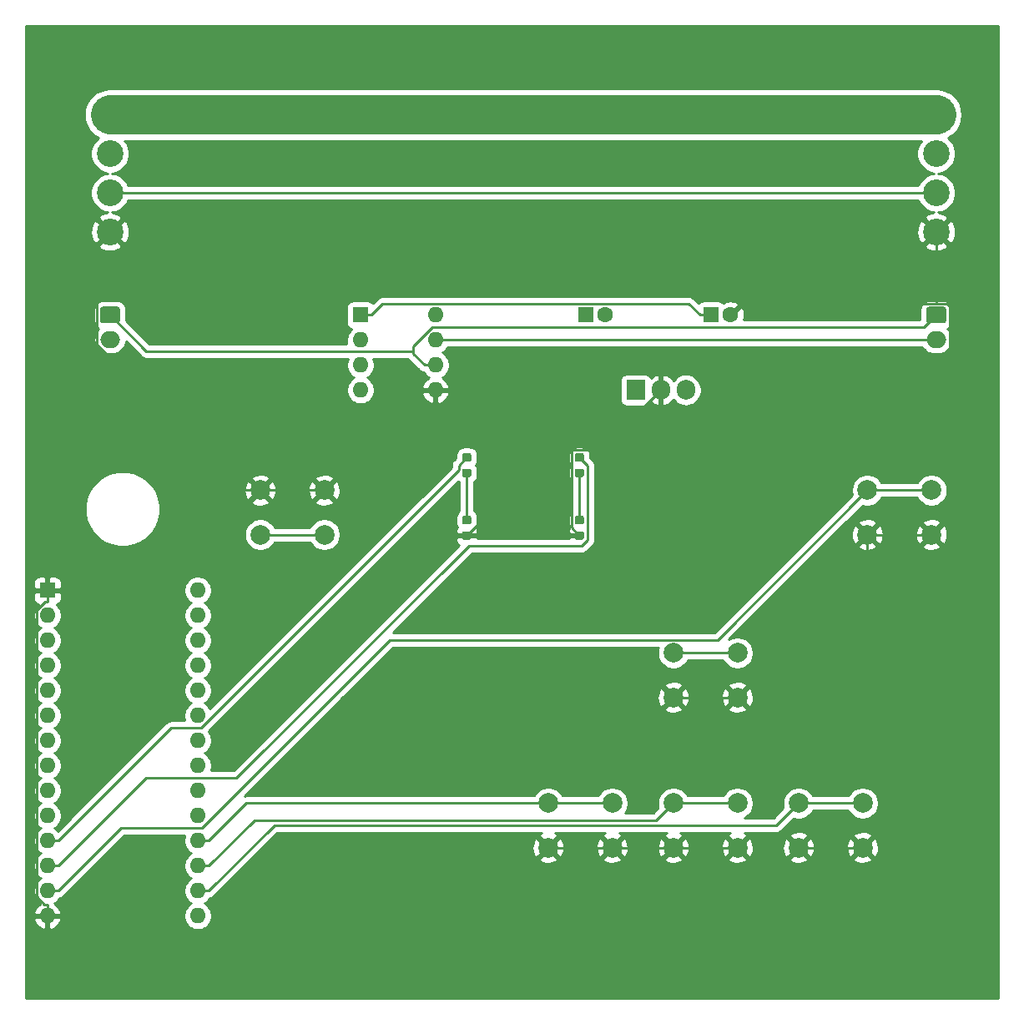
<source format=gtl>
G04 #@! TF.GenerationSoftware,KiCad,Pcbnew,(5.1.6)-1*
G04 #@! TF.CreationDate,2020-09-10T20:19:44+09:00*
G04 #@! TF.ProjectId,ControllerPCB,436f6e74-726f-46c6-9c65-725043422e6b,rev?*
G04 #@! TF.SameCoordinates,Original*
G04 #@! TF.FileFunction,Copper,L1,Top*
G04 #@! TF.FilePolarity,Positive*
%FSLAX46Y46*%
G04 Gerber Fmt 4.6, Leading zero omitted, Abs format (unit mm)*
G04 Created by KiCad (PCBNEW (5.1.6)-1) date 2020-09-10 20:19:44*
%MOMM*%
%LPD*%
G01*
G04 APERTURE LIST*
G04 #@! TA.AperFunction,ComponentPad*
%ADD10O,1.905000X2.000000*%
G04 #@! TD*
G04 #@! TA.AperFunction,ComponentPad*
%ADD11R,1.905000X2.000000*%
G04 #@! TD*
G04 #@! TA.AperFunction,ComponentPad*
%ADD12C,2.000000*%
G04 #@! TD*
G04 #@! TA.AperFunction,ComponentPad*
%ADD13O,1.600000X1.600000*%
G04 #@! TD*
G04 #@! TA.AperFunction,ComponentPad*
%ADD14R,1.600000X1.600000*%
G04 #@! TD*
G04 #@! TA.AperFunction,ComponentPad*
%ADD15O,2.000000X1.700000*%
G04 #@! TD*
G04 #@! TA.AperFunction,ComponentPad*
%ADD16C,2.700000*%
G04 #@! TD*
G04 #@! TA.AperFunction,ComponentPad*
%ADD17C,1.600000*%
G04 #@! TD*
G04 #@! TA.AperFunction,ViaPad*
%ADD18C,0.800000*%
G04 #@! TD*
G04 #@! TA.AperFunction,Conductor*
%ADD19C,0.250000*%
G04 #@! TD*
G04 #@! TA.AperFunction,Conductor*
%ADD20C,4.000000*%
G04 #@! TD*
G04 #@! TA.AperFunction,Conductor*
%ADD21C,0.254000*%
G04 #@! TD*
G04 APERTURE END LIST*
D10*
G04 #@! TO.P,U1,3*
G04 #@! TO.N,+3V3*
X167640000Y-87630000D03*
G04 #@! TO.P,U1,2*
G04 #@! TO.N,GND*
X165100000Y-87630000D03*
D11*
G04 #@! TO.P,U1,1*
G04 #@! TO.N,+5V*
X162560000Y-87630000D03*
G04 #@! TD*
D12*
G04 #@! TO.P,SW6,1*
G04 #@! TO.N,/ShutDown*
X192555000Y-97790000D03*
G04 #@! TO.P,SW6,2*
G04 #@! TO.N,GND*
X192555000Y-102290000D03*
G04 #@! TO.P,SW6,1*
G04 #@! TO.N,/ShutDown*
X186055000Y-97790000D03*
G04 #@! TO.P,SW6,2*
G04 #@! TO.N,GND*
X186055000Y-102290000D03*
G04 #@! TD*
G04 #@! TO.P,SW5,1*
G04 #@! TO.N,/stop_one*
X185570000Y-129540000D03*
G04 #@! TO.P,SW5,2*
G04 #@! TO.N,GND*
X185570000Y-134040000D03*
G04 #@! TO.P,SW5,1*
G04 #@! TO.N,/stop_one*
X179070000Y-129540000D03*
G04 #@! TO.P,SW5,2*
G04 #@! TO.N,GND*
X179070000Y-134040000D03*
G04 #@! TD*
G04 #@! TO.P,SW4,1*
G04 #@! TO.N,/stop_ten*
X172870000Y-129540000D03*
G04 #@! TO.P,SW4,2*
G04 #@! TO.N,GND*
X172870000Y-134040000D03*
G04 #@! TO.P,SW4,1*
G04 #@! TO.N,/stop_ten*
X166370000Y-129540000D03*
G04 #@! TO.P,SW4,2*
G04 #@! TO.N,GND*
X166370000Y-134040000D03*
G04 #@! TD*
G04 #@! TO.P,SW3,1*
G04 #@! TO.N,/roll_start*
X172870000Y-114300000D03*
G04 #@! TO.P,SW3,2*
G04 #@! TO.N,GND*
X172870000Y-118800000D03*
G04 #@! TO.P,SW3,1*
G04 #@! TO.N,/roll_start*
X166370000Y-114300000D03*
G04 #@! TO.P,SW3,2*
G04 #@! TO.N,GND*
X166370000Y-118800000D03*
G04 #@! TD*
G04 #@! TO.P,SW2,1*
G04 #@! TO.N,/stop_hun*
X160170000Y-129540000D03*
G04 #@! TO.P,SW2,2*
G04 #@! TO.N,GND*
X160170000Y-134040000D03*
G04 #@! TO.P,SW2,1*
G04 #@! TO.N,/stop_hun*
X153670000Y-129540000D03*
G04 #@! TO.P,SW2,2*
G04 #@! TO.N,GND*
X153670000Y-134040000D03*
G04 #@! TD*
G04 #@! TO.P,SW1,1*
G04 #@! TO.N,GND*
X130960000Y-97790000D03*
G04 #@! TO.P,SW1,2*
G04 #@! TO.N,/RESET*
X130960000Y-102290000D03*
G04 #@! TO.P,SW1,1*
G04 #@! TO.N,GND*
X124460000Y-97790000D03*
G04 #@! TO.P,SW1,2*
G04 #@! TO.N,/RESET*
X124460000Y-102290000D03*
G04 #@! TD*
G04 #@! TO.P,R6,2*
G04 #@! TO.N,Net-(D2-Pad2)*
G04 #@! TA.AperFunction,SMDPad,CuDef*
G36*
G01*
X145158750Y-95600000D02*
X145671250Y-95600000D01*
G75*
G02*
X145890000Y-95818750I0J-218750D01*
G01*
X145890000Y-96256250D01*
G75*
G02*
X145671250Y-96475000I-218750J0D01*
G01*
X145158750Y-96475000D01*
G75*
G02*
X144940000Y-96256250I0J218750D01*
G01*
X144940000Y-95818750D01*
G75*
G02*
X145158750Y-95600000I218750J0D01*
G01*
G37*
G04 #@! TD.AperFunction*
G04 #@! TO.P,R6,1*
G04 #@! TO.N,/LED_ShutDown*
G04 #@! TA.AperFunction,SMDPad,CuDef*
G36*
G01*
X145158750Y-94025000D02*
X145671250Y-94025000D01*
G75*
G02*
X145890000Y-94243750I0J-218750D01*
G01*
X145890000Y-94681250D01*
G75*
G02*
X145671250Y-94900000I-218750J0D01*
G01*
X145158750Y-94900000D01*
G75*
G02*
X144940000Y-94681250I0J218750D01*
G01*
X144940000Y-94243750D01*
G75*
G02*
X145158750Y-94025000I218750J0D01*
G01*
G37*
G04 #@! TD.AperFunction*
G04 #@! TD*
G04 #@! TO.P,R5,2*
G04 #@! TO.N,Net-(D1-Pad2)*
G04 #@! TA.AperFunction,SMDPad,CuDef*
G36*
G01*
X156588750Y-95600000D02*
X157101250Y-95600000D01*
G75*
G02*
X157320000Y-95818750I0J-218750D01*
G01*
X157320000Y-96256250D01*
G75*
G02*
X157101250Y-96475000I-218750J0D01*
G01*
X156588750Y-96475000D01*
G75*
G02*
X156370000Y-96256250I0J218750D01*
G01*
X156370000Y-95818750D01*
G75*
G02*
X156588750Y-95600000I218750J0D01*
G01*
G37*
G04 #@! TD.AperFunction*
G04 #@! TO.P,R5,1*
G04 #@! TO.N,/LED_roll*
G04 #@! TA.AperFunction,SMDPad,CuDef*
G36*
G01*
X156588750Y-94025000D02*
X157101250Y-94025000D01*
G75*
G02*
X157320000Y-94243750I0J-218750D01*
G01*
X157320000Y-94681250D01*
G75*
G02*
X157101250Y-94900000I-218750J0D01*
G01*
X156588750Y-94900000D01*
G75*
G02*
X156370000Y-94681250I0J218750D01*
G01*
X156370000Y-94243750D01*
G75*
G02*
X156588750Y-94025000I218750J0D01*
G01*
G37*
G04 #@! TD.AperFunction*
G04 #@! TD*
D13*
G04 #@! TO.P,J6,8*
G04 #@! TO.N,+5V*
X142240000Y-80010000D03*
G04 #@! TO.P,J6,4*
G04 #@! TO.N,Net-(J6-Pad4)*
X134620000Y-87630000D03*
G04 #@! TO.P,J6,7*
G04 #@! TO.N,/SCL_5V*
X142240000Y-82550000D03*
G04 #@! TO.P,J6,3*
G04 #@! TO.N,/SDA*
X134620000Y-85090000D03*
G04 #@! TO.P,J6,6*
G04 #@! TO.N,/SDA_5V*
X142240000Y-85090000D03*
G04 #@! TO.P,J6,2*
G04 #@! TO.N,/SCL*
X134620000Y-82550000D03*
G04 #@! TO.P,J6,5*
G04 #@! TO.N,GND*
X142240000Y-87630000D03*
D14*
G04 #@! TO.P,J6,1*
G04 #@! TO.N,+3V3*
X134620000Y-80010000D03*
G04 #@! TD*
D15*
G04 #@! TO.P,J5,2*
G04 #@! TO.N,/SCL_5V*
X109220000Y-82510000D03*
G04 #@! TO.P,J5,1*
G04 #@! TO.N,/SDA_5V*
G04 #@! TA.AperFunction,ComponentPad*
G36*
G01*
X108470000Y-79160000D02*
X109970000Y-79160000D01*
G75*
G02*
X110220000Y-79410000I0J-250000D01*
G01*
X110220000Y-80610000D01*
G75*
G02*
X109970000Y-80860000I-250000J0D01*
G01*
X108470000Y-80860000D01*
G75*
G02*
X108220000Y-80610000I0J250000D01*
G01*
X108220000Y-79410000D01*
G75*
G02*
X108470000Y-79160000I250000J0D01*
G01*
G37*
G04 #@! TD.AperFunction*
G04 #@! TD*
D16*
G04 #@! TO.P,J4,4*
G04 #@! TO.N,GND*
X193040000Y-71570000D03*
G04 #@! TO.P,J4,3*
G04 #@! TO.N,+12V*
X193040000Y-67610000D03*
G04 #@! TO.P,J4,2*
G04 #@! TO.N,+5V*
X193040000Y-63650000D03*
G04 #@! TO.P,J4,1*
G04 #@! TO.N,+48V*
G04 #@! TA.AperFunction,ComponentPad*
G36*
G01*
X191940001Y-58340000D02*
X194139999Y-58340000D01*
G75*
G02*
X194390000Y-58590001I0J-250001D01*
G01*
X194390000Y-60789999D01*
G75*
G02*
X194139999Y-61040000I-250001J0D01*
G01*
X191940001Y-61040000D01*
G75*
G02*
X191690000Y-60789999I0J250001D01*
G01*
X191690000Y-58590001D01*
G75*
G02*
X191940001Y-58340000I250001J0D01*
G01*
G37*
G04 #@! TD.AperFunction*
G04 #@! TD*
D13*
G04 #@! TO.P,J3,28*
G04 #@! TO.N,+3V3*
X118110000Y-107950000D03*
G04 #@! TO.P,J3,14*
G04 #@! TO.N,GND*
X102870000Y-140970000D03*
G04 #@! TO.P,J3,27*
G04 #@! TO.N,Net-(J3-Pad27)*
X118110000Y-110490000D03*
G04 #@! TO.P,J3,13*
G04 #@! TO.N,/ShutDown*
X102870000Y-138430000D03*
G04 #@! TO.P,J3,26*
G04 #@! TO.N,Net-(J3-Pad26)*
X118110000Y-113030000D03*
G04 #@! TO.P,J3,12*
G04 #@! TO.N,/LED_roll*
X102870000Y-135890000D03*
G04 #@! TO.P,J3,25*
G04 #@! TO.N,Net-(J3-Pad25)*
X118110000Y-115570000D03*
G04 #@! TO.P,J3,11*
G04 #@! TO.N,/LED_ShutDown*
X102870000Y-133350000D03*
G04 #@! TO.P,J3,24*
G04 #@! TO.N,Net-(J3-Pad24)*
X118110000Y-118110000D03*
G04 #@! TO.P,J3,10*
G04 #@! TO.N,Net-(J3-Pad10)*
X102870000Y-130810000D03*
G04 #@! TO.P,J3,23*
G04 #@! TO.N,Net-(J3-Pad23)*
X118110000Y-120650000D03*
G04 #@! TO.P,J3,9*
G04 #@! TO.N,Net-(J3-Pad9)*
X102870000Y-128270000D03*
G04 #@! TO.P,J3,22*
G04 #@! TO.N,Net-(J3-Pad22)*
X118110000Y-123190000D03*
G04 #@! TO.P,J3,8*
G04 #@! TO.N,Net-(J3-Pad8)*
X102870000Y-125730000D03*
G04 #@! TO.P,J3,21*
G04 #@! TO.N,/RESET*
X118110000Y-125730000D03*
G04 #@! TO.P,J3,7*
G04 #@! TO.N,Net-(J3-Pad7)*
X102870000Y-123190000D03*
G04 #@! TO.P,J3,20*
G04 #@! TO.N,Net-(J3-Pad20)*
X118110000Y-128270000D03*
G04 #@! TO.P,J3,6*
G04 #@! TO.N,Net-(J3-Pad6)*
X102870000Y-120650000D03*
G04 #@! TO.P,J3,19*
G04 #@! TO.N,/SDA*
X118110000Y-130810000D03*
G04 #@! TO.P,J3,5*
G04 #@! TO.N,Net-(J3-Pad5)*
X102870000Y-118110000D03*
G04 #@! TO.P,J3,18*
G04 #@! TO.N,/stop_hun*
X118110000Y-133350000D03*
G04 #@! TO.P,J3,4*
G04 #@! TO.N,Net-(J3-Pad4)*
X102870000Y-115570000D03*
G04 #@! TO.P,J3,17*
G04 #@! TO.N,/stop_ten*
X118110000Y-135890000D03*
G04 #@! TO.P,J3,3*
G04 #@! TO.N,Net-(J3-Pad3)*
X102870000Y-113030000D03*
G04 #@! TO.P,J3,16*
G04 #@! TO.N,/stop_one*
X118110000Y-138430000D03*
G04 #@! TO.P,J3,2*
G04 #@! TO.N,/SCL*
X102870000Y-110490000D03*
G04 #@! TO.P,J3,15*
G04 #@! TO.N,/roll_start*
X118110000Y-140970000D03*
D14*
G04 #@! TO.P,J3,1*
G04 #@! TO.N,GND*
X102870000Y-107950000D03*
G04 #@! TD*
D15*
G04 #@! TO.P,J2,2*
G04 #@! TO.N,/SCL_5V*
X193040000Y-82510000D03*
G04 #@! TO.P,J2,1*
G04 #@! TO.N,/SDA_5V*
G04 #@! TA.AperFunction,ComponentPad*
G36*
G01*
X192290000Y-79160000D02*
X193790000Y-79160000D01*
G75*
G02*
X194040000Y-79410000I0J-250000D01*
G01*
X194040000Y-80610000D01*
G75*
G02*
X193790000Y-80860000I-250000J0D01*
G01*
X192290000Y-80860000D01*
G75*
G02*
X192040000Y-80610000I0J250000D01*
G01*
X192040000Y-79410000D01*
G75*
G02*
X192290000Y-79160000I250000J0D01*
G01*
G37*
G04 #@! TD.AperFunction*
G04 #@! TD*
D16*
G04 #@! TO.P,J1,4*
G04 #@! TO.N,GND*
X109220000Y-71570000D03*
G04 #@! TO.P,J1,3*
G04 #@! TO.N,+12V*
X109220000Y-67610000D03*
G04 #@! TO.P,J1,2*
G04 #@! TO.N,+5V*
X109220000Y-63650000D03*
G04 #@! TO.P,J1,1*
G04 #@! TO.N,+48V*
G04 #@! TA.AperFunction,ComponentPad*
G36*
G01*
X108120001Y-58340000D02*
X110319999Y-58340000D01*
G75*
G02*
X110570000Y-58590001I0J-250001D01*
G01*
X110570000Y-60789999D01*
G75*
G02*
X110319999Y-61040000I-250001J0D01*
G01*
X108120001Y-61040000D01*
G75*
G02*
X107870000Y-60789999I0J250001D01*
G01*
X107870000Y-58590001D01*
G75*
G02*
X108120001Y-58340000I250001J0D01*
G01*
G37*
G04 #@! TD.AperFunction*
G04 #@! TD*
G04 #@! TO.P,D2,2*
G04 #@! TO.N,Net-(D2-Pad2)*
G04 #@! TA.AperFunction,SMDPad,CuDef*
G36*
G01*
X145671250Y-101250000D02*
X145158750Y-101250000D01*
G75*
G02*
X144940000Y-101031250I0J218750D01*
G01*
X144940000Y-100593750D01*
G75*
G02*
X145158750Y-100375000I218750J0D01*
G01*
X145671250Y-100375000D01*
G75*
G02*
X145890000Y-100593750I0J-218750D01*
G01*
X145890000Y-101031250D01*
G75*
G02*
X145671250Y-101250000I-218750J0D01*
G01*
G37*
G04 #@! TD.AperFunction*
G04 #@! TO.P,D2,1*
G04 #@! TO.N,GND*
G04 #@! TA.AperFunction,SMDPad,CuDef*
G36*
G01*
X145671250Y-102825000D02*
X145158750Y-102825000D01*
G75*
G02*
X144940000Y-102606250I0J218750D01*
G01*
X144940000Y-102168750D01*
G75*
G02*
X145158750Y-101950000I218750J0D01*
G01*
X145671250Y-101950000D01*
G75*
G02*
X145890000Y-102168750I0J-218750D01*
G01*
X145890000Y-102606250D01*
G75*
G02*
X145671250Y-102825000I-218750J0D01*
G01*
G37*
G04 #@! TD.AperFunction*
G04 #@! TD*
G04 #@! TO.P,D1,2*
G04 #@! TO.N,Net-(D1-Pad2)*
G04 #@! TA.AperFunction,SMDPad,CuDef*
G36*
G01*
X157101250Y-101250000D02*
X156588750Y-101250000D01*
G75*
G02*
X156370000Y-101031250I0J218750D01*
G01*
X156370000Y-100593750D01*
G75*
G02*
X156588750Y-100375000I218750J0D01*
G01*
X157101250Y-100375000D01*
G75*
G02*
X157320000Y-100593750I0J-218750D01*
G01*
X157320000Y-101031250D01*
G75*
G02*
X157101250Y-101250000I-218750J0D01*
G01*
G37*
G04 #@! TD.AperFunction*
G04 #@! TO.P,D1,1*
G04 #@! TO.N,GND*
G04 #@! TA.AperFunction,SMDPad,CuDef*
G36*
G01*
X157101250Y-102825000D02*
X156588750Y-102825000D01*
G75*
G02*
X156370000Y-102606250I0J218750D01*
G01*
X156370000Y-102168750D01*
G75*
G02*
X156588750Y-101950000I218750J0D01*
G01*
X157101250Y-101950000D01*
G75*
G02*
X157320000Y-102168750I0J-218750D01*
G01*
X157320000Y-102606250D01*
G75*
G02*
X157101250Y-102825000I-218750J0D01*
G01*
G37*
G04 #@! TD.AperFunction*
G04 #@! TD*
D17*
G04 #@! TO.P,C2,2*
G04 #@! TO.N,GND*
X172180000Y-80010000D03*
D14*
G04 #@! TO.P,C2,1*
G04 #@! TO.N,+3V3*
X170180000Y-80010000D03*
G04 #@! TD*
D17*
G04 #@! TO.P,C1,2*
G04 #@! TO.N,GND*
X159480000Y-80010000D03*
D14*
G04 #@! TO.P,C1,1*
G04 #@! TO.N,+5V*
X157480000Y-80010000D03*
G04 #@! TD*
D18*
G04 #@! TO.N,GND*
X170000000Y-65000000D03*
G04 #@! TD*
D19*
G04 #@! TO.N,GND*
X193040000Y-78833600D02*
X194038100Y-78833600D01*
X194038100Y-78833600D02*
X194370800Y-79166300D01*
X194370800Y-79166300D02*
X194370800Y-100474200D01*
X194370800Y-100474200D02*
X192555000Y-102290000D01*
X172180000Y-80010000D02*
X173356400Y-78833600D01*
X173356400Y-78833600D02*
X193040000Y-78833600D01*
X193040000Y-71570000D02*
X193040000Y-78833600D01*
X166370000Y-134040000D02*
X160170000Y-134040000D01*
X172870000Y-134040000D02*
X166370000Y-134040000D01*
X149434100Y-93698800D02*
X143365300Y-87630000D01*
X156033800Y-93698800D02*
X149434100Y-93698800D01*
X149434100Y-93698800D02*
X149434100Y-98368400D01*
X149434100Y-98368400D02*
X145415000Y-102387500D01*
X165100000Y-87630000D02*
X159031200Y-93698800D01*
X159031200Y-93698800D02*
X156033800Y-93698800D01*
X156033800Y-93698800D02*
X156033800Y-101576300D01*
X156033800Y-101576300D02*
X156845000Y-102387500D01*
X120019300Y-95176200D02*
X107843000Y-83000000D01*
X107843000Y-83000000D02*
X107843000Y-72947000D01*
X107843000Y-72947000D02*
X109220000Y-71570000D01*
X124460000Y-97790000D02*
X122633000Y-97790000D01*
X122633000Y-97790000D02*
X120019300Y-95176200D01*
X102870000Y-140970000D02*
X102870000Y-139844700D01*
X102870000Y-107950000D02*
X102870000Y-109075300D01*
X102870000Y-109075300D02*
X102588700Y-109075300D01*
X102588700Y-109075300D02*
X101744700Y-109919300D01*
X101744700Y-109919300D02*
X101744700Y-139000800D01*
X101744700Y-139000800D02*
X102588600Y-139844700D01*
X102588600Y-139844700D02*
X102870000Y-139844700D01*
X142240000Y-87630000D02*
X143365300Y-87630000D01*
X186055000Y-102290000D02*
X186055000Y-105615000D01*
X186055000Y-105615000D02*
X172870000Y-118800000D01*
X192555000Y-102290000D02*
X186055000Y-102290000D01*
X179070000Y-134040000D02*
X185570000Y-134040000D01*
X166370000Y-118800000D02*
X172870000Y-118800000D01*
X153670000Y-134040000D02*
X160170000Y-134040000D01*
X124460000Y-97790000D02*
X130960000Y-97790000D01*
X114300000Y-106123000D02*
X122633000Y-97790000D01*
X102870000Y-107950000D02*
X114300000Y-107950000D01*
X114300000Y-107950000D02*
X114300000Y-106123000D01*
G04 #@! TO.N,+3V3*
X134620000Y-80010000D02*
X135745300Y-80010000D01*
X170180000Y-80010000D02*
X169054700Y-80010000D01*
X169054700Y-80010000D02*
X167929400Y-78884700D01*
X167929400Y-78884700D02*
X136870600Y-78884700D01*
X136870600Y-78884700D02*
X135745300Y-80010000D01*
G04 #@! TO.N,Net-(D1-Pad2)*
X156845000Y-100812500D02*
X156845000Y-96037500D01*
G04 #@! TO.N,Net-(D2-Pad2)*
X145415000Y-100812500D02*
X145415000Y-96037500D01*
G04 #@! TO.N,+12V*
X109220000Y-67610000D02*
X193040000Y-67610000D01*
D20*
G04 #@! TO.N,+48V*
X109220000Y-59690000D02*
X193040000Y-59690000D01*
D19*
G04 #@! TO.N,/SCL_5V*
X142240000Y-82550000D02*
X143365300Y-82550000D01*
X193040000Y-82510000D02*
X143405300Y-82510000D01*
X143405300Y-82510000D02*
X143365300Y-82550000D01*
G04 #@! TO.N,/SDA_5V*
X139989400Y-83691100D02*
X139989400Y-83964700D01*
X139989400Y-83964700D02*
X141114700Y-85090000D01*
X193040000Y-80010000D02*
X191770000Y-81280000D01*
X191770000Y-81280000D02*
X141878300Y-81280000D01*
X141878300Y-81280000D02*
X139989400Y-83168900D01*
X139989400Y-83168900D02*
X139989400Y-83691100D01*
X139989400Y-83691100D02*
X112901100Y-83691100D01*
X112901100Y-83691100D02*
X109220000Y-80010000D01*
X142240000Y-85090000D02*
X141114700Y-85090000D01*
G04 #@! TO.N,/ShutDown*
X186055000Y-97790000D02*
X192555000Y-97790000D01*
X103995300Y-138430000D02*
X110345300Y-132080000D01*
X110345300Y-132080000D02*
X118510900Y-132080000D01*
X118510900Y-132080000D02*
X137616300Y-112974600D01*
X137616300Y-112974600D02*
X170870400Y-112974600D01*
X170870400Y-112974600D02*
X186055000Y-97790000D01*
X102870000Y-138430000D02*
X103995300Y-138430000D01*
G04 #@! TO.N,/LED_roll*
X102870000Y-135890000D02*
X103995300Y-135890000D01*
X103995300Y-135890000D02*
X112885300Y-127000000D01*
X112885300Y-127000000D02*
X122047100Y-127000000D01*
X122047100Y-127000000D02*
X145637500Y-103409600D01*
X145637500Y-103409600D02*
X157108800Y-103409600D01*
X157108800Y-103409600D02*
X157656300Y-102862100D01*
X157656300Y-102862100D02*
X157656300Y-95273800D01*
X157656300Y-95273800D02*
X156845000Y-94462500D01*
G04 #@! TO.N,/LED_ShutDown*
X102870000Y-133350000D02*
X103995300Y-133350000D01*
X103995300Y-133350000D02*
X115425300Y-121920000D01*
X115425300Y-121920000D02*
X118431600Y-121920000D01*
X118431600Y-121920000D02*
X144603700Y-95747900D01*
X144603700Y-95747900D02*
X144603700Y-95273800D01*
X144603700Y-95273800D02*
X145415000Y-94462500D01*
G04 #@! TO.N,/RESET*
X124460000Y-102290000D02*
X130960000Y-102290000D01*
G04 #@! TO.N,/stop_hun*
X153670000Y-129540000D02*
X160170000Y-129540000D01*
X119235300Y-133350000D02*
X123045300Y-129540000D01*
X123045300Y-129540000D02*
X153670000Y-129540000D01*
X118110000Y-133350000D02*
X119235300Y-133350000D01*
G04 #@! TO.N,/stop_ten*
X166370000Y-129540000D02*
X172870000Y-129540000D01*
X119235300Y-135890000D02*
X123863500Y-131261800D01*
X123863500Y-131261800D02*
X164648200Y-131261800D01*
X164648200Y-131261800D02*
X166370000Y-129540000D01*
X118110000Y-135890000D02*
X119235300Y-135890000D01*
G04 #@! TO.N,/stop_one*
X118110000Y-138430000D02*
X119235300Y-138430000D01*
X119235300Y-138430000D02*
X125875300Y-131790000D01*
X125875300Y-131790000D02*
X176820000Y-131790000D01*
X176820000Y-131790000D02*
X179070000Y-129540000D01*
X179070000Y-129540000D02*
X185570000Y-129540000D01*
G04 #@! TO.N,/roll_start*
X172870000Y-114300000D02*
X166370000Y-114300000D01*
G04 #@! TD*
D21*
G04 #@! TO.N,GND*
G36*
X199340001Y-149340000D02*
G01*
X100660000Y-149340000D01*
X100660000Y-141319039D01*
X101478096Y-141319039D01*
X101518754Y-141453087D01*
X101638963Y-141707420D01*
X101806481Y-141933414D01*
X102014869Y-142122385D01*
X102256119Y-142267070D01*
X102520960Y-142361909D01*
X102743000Y-142240624D01*
X102743000Y-141097000D01*
X102997000Y-141097000D01*
X102997000Y-142240624D01*
X103219040Y-142361909D01*
X103483881Y-142267070D01*
X103725131Y-142122385D01*
X103933519Y-141933414D01*
X104101037Y-141707420D01*
X104221246Y-141453087D01*
X104261904Y-141319039D01*
X104139915Y-141097000D01*
X102997000Y-141097000D01*
X102743000Y-141097000D01*
X101600085Y-141097000D01*
X101478096Y-141319039D01*
X100660000Y-141319039D01*
X100660000Y-108750000D01*
X101431928Y-108750000D01*
X101444188Y-108874482D01*
X101480498Y-108994180D01*
X101539463Y-109104494D01*
X101618815Y-109201185D01*
X101715506Y-109280537D01*
X101825820Y-109339502D01*
X101945518Y-109375812D01*
X101953961Y-109376643D01*
X101755363Y-109575241D01*
X101598320Y-109810273D01*
X101490147Y-110071426D01*
X101435000Y-110348665D01*
X101435000Y-110631335D01*
X101490147Y-110908574D01*
X101598320Y-111169727D01*
X101755363Y-111404759D01*
X101955241Y-111604637D01*
X102187759Y-111760000D01*
X101955241Y-111915363D01*
X101755363Y-112115241D01*
X101598320Y-112350273D01*
X101490147Y-112611426D01*
X101435000Y-112888665D01*
X101435000Y-113171335D01*
X101490147Y-113448574D01*
X101598320Y-113709727D01*
X101755363Y-113944759D01*
X101955241Y-114144637D01*
X102187759Y-114300000D01*
X101955241Y-114455363D01*
X101755363Y-114655241D01*
X101598320Y-114890273D01*
X101490147Y-115151426D01*
X101435000Y-115428665D01*
X101435000Y-115711335D01*
X101490147Y-115988574D01*
X101598320Y-116249727D01*
X101755363Y-116484759D01*
X101955241Y-116684637D01*
X102187759Y-116840000D01*
X101955241Y-116995363D01*
X101755363Y-117195241D01*
X101598320Y-117430273D01*
X101490147Y-117691426D01*
X101435000Y-117968665D01*
X101435000Y-118251335D01*
X101490147Y-118528574D01*
X101598320Y-118789727D01*
X101755363Y-119024759D01*
X101955241Y-119224637D01*
X102187759Y-119380000D01*
X101955241Y-119535363D01*
X101755363Y-119735241D01*
X101598320Y-119970273D01*
X101490147Y-120231426D01*
X101435000Y-120508665D01*
X101435000Y-120791335D01*
X101490147Y-121068574D01*
X101598320Y-121329727D01*
X101755363Y-121564759D01*
X101955241Y-121764637D01*
X102187759Y-121920000D01*
X101955241Y-122075363D01*
X101755363Y-122275241D01*
X101598320Y-122510273D01*
X101490147Y-122771426D01*
X101435000Y-123048665D01*
X101435000Y-123331335D01*
X101490147Y-123608574D01*
X101598320Y-123869727D01*
X101755363Y-124104759D01*
X101955241Y-124304637D01*
X102187759Y-124460000D01*
X101955241Y-124615363D01*
X101755363Y-124815241D01*
X101598320Y-125050273D01*
X101490147Y-125311426D01*
X101435000Y-125588665D01*
X101435000Y-125871335D01*
X101490147Y-126148574D01*
X101598320Y-126409727D01*
X101755363Y-126644759D01*
X101955241Y-126844637D01*
X102187759Y-127000000D01*
X101955241Y-127155363D01*
X101755363Y-127355241D01*
X101598320Y-127590273D01*
X101490147Y-127851426D01*
X101435000Y-128128665D01*
X101435000Y-128411335D01*
X101490147Y-128688574D01*
X101598320Y-128949727D01*
X101755363Y-129184759D01*
X101955241Y-129384637D01*
X102187759Y-129540000D01*
X101955241Y-129695363D01*
X101755363Y-129895241D01*
X101598320Y-130130273D01*
X101490147Y-130391426D01*
X101435000Y-130668665D01*
X101435000Y-130951335D01*
X101490147Y-131228574D01*
X101598320Y-131489727D01*
X101755363Y-131724759D01*
X101955241Y-131924637D01*
X102187759Y-132080000D01*
X101955241Y-132235363D01*
X101755363Y-132435241D01*
X101598320Y-132670273D01*
X101490147Y-132931426D01*
X101435000Y-133208665D01*
X101435000Y-133491335D01*
X101490147Y-133768574D01*
X101598320Y-134029727D01*
X101755363Y-134264759D01*
X101955241Y-134464637D01*
X102187759Y-134620000D01*
X101955241Y-134775363D01*
X101755363Y-134975241D01*
X101598320Y-135210273D01*
X101490147Y-135471426D01*
X101435000Y-135748665D01*
X101435000Y-136031335D01*
X101490147Y-136308574D01*
X101598320Y-136569727D01*
X101755363Y-136804759D01*
X101955241Y-137004637D01*
X102187759Y-137160000D01*
X101955241Y-137315363D01*
X101755363Y-137515241D01*
X101598320Y-137750273D01*
X101490147Y-138011426D01*
X101435000Y-138288665D01*
X101435000Y-138571335D01*
X101490147Y-138848574D01*
X101598320Y-139109727D01*
X101755363Y-139344759D01*
X101955241Y-139544637D01*
X102190273Y-139701680D01*
X102200865Y-139706067D01*
X102014869Y-139817615D01*
X101806481Y-140006586D01*
X101638963Y-140232580D01*
X101518754Y-140486913D01*
X101478096Y-140620961D01*
X101600085Y-140843000D01*
X102743000Y-140843000D01*
X102743000Y-140823000D01*
X102997000Y-140823000D01*
X102997000Y-140843000D01*
X104139915Y-140843000D01*
X104261904Y-140620961D01*
X104221246Y-140486913D01*
X104101037Y-140232580D01*
X103933519Y-140006586D01*
X103725131Y-139817615D01*
X103539135Y-139706067D01*
X103549727Y-139701680D01*
X103784759Y-139544637D01*
X103984637Y-139344759D01*
X104091947Y-139184158D01*
X104144286Y-139179003D01*
X104287547Y-139135546D01*
X104419576Y-139064974D01*
X104535301Y-138970001D01*
X104559104Y-138940997D01*
X110660102Y-132840000D01*
X116768017Y-132840000D01*
X116730147Y-132931426D01*
X116675000Y-133208665D01*
X116675000Y-133491335D01*
X116730147Y-133768574D01*
X116838320Y-134029727D01*
X116995363Y-134264759D01*
X117195241Y-134464637D01*
X117427759Y-134620000D01*
X117195241Y-134775363D01*
X116995363Y-134975241D01*
X116838320Y-135210273D01*
X116730147Y-135471426D01*
X116675000Y-135748665D01*
X116675000Y-136031335D01*
X116730147Y-136308574D01*
X116838320Y-136569727D01*
X116995363Y-136804759D01*
X117195241Y-137004637D01*
X117427759Y-137160000D01*
X117195241Y-137315363D01*
X116995363Y-137515241D01*
X116838320Y-137750273D01*
X116730147Y-138011426D01*
X116675000Y-138288665D01*
X116675000Y-138571335D01*
X116730147Y-138848574D01*
X116838320Y-139109727D01*
X116995363Y-139344759D01*
X117195241Y-139544637D01*
X117427759Y-139700000D01*
X117195241Y-139855363D01*
X116995363Y-140055241D01*
X116838320Y-140290273D01*
X116730147Y-140551426D01*
X116675000Y-140828665D01*
X116675000Y-141111335D01*
X116730147Y-141388574D01*
X116838320Y-141649727D01*
X116995363Y-141884759D01*
X117195241Y-142084637D01*
X117430273Y-142241680D01*
X117691426Y-142349853D01*
X117968665Y-142405000D01*
X118251335Y-142405000D01*
X118528574Y-142349853D01*
X118789727Y-142241680D01*
X119024759Y-142084637D01*
X119224637Y-141884759D01*
X119381680Y-141649727D01*
X119489853Y-141388574D01*
X119545000Y-141111335D01*
X119545000Y-140828665D01*
X119489853Y-140551426D01*
X119381680Y-140290273D01*
X119224637Y-140055241D01*
X119024759Y-139855363D01*
X118792241Y-139700000D01*
X119024759Y-139544637D01*
X119224637Y-139344759D01*
X119331947Y-139184158D01*
X119384286Y-139179003D01*
X119527547Y-139135546D01*
X119659576Y-139064974D01*
X119775301Y-138970001D01*
X119799104Y-138940997D01*
X123564688Y-135175413D01*
X152714192Y-135175413D01*
X152809956Y-135439814D01*
X153099571Y-135580704D01*
X153411108Y-135662384D01*
X153732595Y-135681718D01*
X154051675Y-135637961D01*
X154356088Y-135532795D01*
X154530044Y-135439814D01*
X154625808Y-135175413D01*
X159214192Y-135175413D01*
X159309956Y-135439814D01*
X159599571Y-135580704D01*
X159911108Y-135662384D01*
X160232595Y-135681718D01*
X160551675Y-135637961D01*
X160856088Y-135532795D01*
X161030044Y-135439814D01*
X161125808Y-135175413D01*
X165414192Y-135175413D01*
X165509956Y-135439814D01*
X165799571Y-135580704D01*
X166111108Y-135662384D01*
X166432595Y-135681718D01*
X166751675Y-135637961D01*
X167056088Y-135532795D01*
X167230044Y-135439814D01*
X167325808Y-135175413D01*
X171914192Y-135175413D01*
X172009956Y-135439814D01*
X172299571Y-135580704D01*
X172611108Y-135662384D01*
X172932595Y-135681718D01*
X173251675Y-135637961D01*
X173556088Y-135532795D01*
X173730044Y-135439814D01*
X173825808Y-135175413D01*
X178114192Y-135175413D01*
X178209956Y-135439814D01*
X178499571Y-135580704D01*
X178811108Y-135662384D01*
X179132595Y-135681718D01*
X179451675Y-135637961D01*
X179756088Y-135532795D01*
X179930044Y-135439814D01*
X180025808Y-135175413D01*
X184614192Y-135175413D01*
X184709956Y-135439814D01*
X184999571Y-135580704D01*
X185311108Y-135662384D01*
X185632595Y-135681718D01*
X185951675Y-135637961D01*
X186256088Y-135532795D01*
X186430044Y-135439814D01*
X186525808Y-135175413D01*
X185570000Y-134219605D01*
X184614192Y-135175413D01*
X180025808Y-135175413D01*
X179070000Y-134219605D01*
X178114192Y-135175413D01*
X173825808Y-135175413D01*
X172870000Y-134219605D01*
X171914192Y-135175413D01*
X167325808Y-135175413D01*
X166370000Y-134219605D01*
X165414192Y-135175413D01*
X161125808Y-135175413D01*
X160170000Y-134219605D01*
X159214192Y-135175413D01*
X154625808Y-135175413D01*
X153670000Y-134219605D01*
X152714192Y-135175413D01*
X123564688Y-135175413D01*
X124637506Y-134102595D01*
X152028282Y-134102595D01*
X152072039Y-134421675D01*
X152177205Y-134726088D01*
X152270186Y-134900044D01*
X152534587Y-134995808D01*
X153490395Y-134040000D01*
X153849605Y-134040000D01*
X154805413Y-134995808D01*
X155069814Y-134900044D01*
X155210704Y-134610429D01*
X155292384Y-134298892D01*
X155304189Y-134102595D01*
X158528282Y-134102595D01*
X158572039Y-134421675D01*
X158677205Y-134726088D01*
X158770186Y-134900044D01*
X159034587Y-134995808D01*
X159990395Y-134040000D01*
X160349605Y-134040000D01*
X161305413Y-134995808D01*
X161569814Y-134900044D01*
X161710704Y-134610429D01*
X161792384Y-134298892D01*
X161804189Y-134102595D01*
X164728282Y-134102595D01*
X164772039Y-134421675D01*
X164877205Y-134726088D01*
X164970186Y-134900044D01*
X165234587Y-134995808D01*
X166190395Y-134040000D01*
X166549605Y-134040000D01*
X167505413Y-134995808D01*
X167769814Y-134900044D01*
X167910704Y-134610429D01*
X167992384Y-134298892D01*
X168004189Y-134102595D01*
X171228282Y-134102595D01*
X171272039Y-134421675D01*
X171377205Y-134726088D01*
X171470186Y-134900044D01*
X171734587Y-134995808D01*
X172690395Y-134040000D01*
X173049605Y-134040000D01*
X174005413Y-134995808D01*
X174269814Y-134900044D01*
X174410704Y-134610429D01*
X174492384Y-134298892D01*
X174504189Y-134102595D01*
X177428282Y-134102595D01*
X177472039Y-134421675D01*
X177577205Y-134726088D01*
X177670186Y-134900044D01*
X177934587Y-134995808D01*
X178890395Y-134040000D01*
X179249605Y-134040000D01*
X180205413Y-134995808D01*
X180469814Y-134900044D01*
X180610704Y-134610429D01*
X180692384Y-134298892D01*
X180704189Y-134102595D01*
X183928282Y-134102595D01*
X183972039Y-134421675D01*
X184077205Y-134726088D01*
X184170186Y-134900044D01*
X184434587Y-134995808D01*
X185390395Y-134040000D01*
X185749605Y-134040000D01*
X186705413Y-134995808D01*
X186969814Y-134900044D01*
X187110704Y-134610429D01*
X187192384Y-134298892D01*
X187211718Y-133977405D01*
X187167961Y-133658325D01*
X187062795Y-133353912D01*
X186969814Y-133179956D01*
X186705413Y-133084192D01*
X185749605Y-134040000D01*
X185390395Y-134040000D01*
X184434587Y-133084192D01*
X184170186Y-133179956D01*
X184029296Y-133469571D01*
X183947616Y-133781108D01*
X183928282Y-134102595D01*
X180704189Y-134102595D01*
X180711718Y-133977405D01*
X180667961Y-133658325D01*
X180562795Y-133353912D01*
X180469814Y-133179956D01*
X180205413Y-133084192D01*
X179249605Y-134040000D01*
X178890395Y-134040000D01*
X177934587Y-133084192D01*
X177670186Y-133179956D01*
X177529296Y-133469571D01*
X177447616Y-133781108D01*
X177428282Y-134102595D01*
X174504189Y-134102595D01*
X174511718Y-133977405D01*
X174467961Y-133658325D01*
X174362795Y-133353912D01*
X174269814Y-133179956D01*
X174005413Y-133084192D01*
X173049605Y-134040000D01*
X172690395Y-134040000D01*
X171734587Y-133084192D01*
X171470186Y-133179956D01*
X171329296Y-133469571D01*
X171247616Y-133781108D01*
X171228282Y-134102595D01*
X168004189Y-134102595D01*
X168011718Y-133977405D01*
X167967961Y-133658325D01*
X167862795Y-133353912D01*
X167769814Y-133179956D01*
X167505413Y-133084192D01*
X166549605Y-134040000D01*
X166190395Y-134040000D01*
X165234587Y-133084192D01*
X164970186Y-133179956D01*
X164829296Y-133469571D01*
X164747616Y-133781108D01*
X164728282Y-134102595D01*
X161804189Y-134102595D01*
X161811718Y-133977405D01*
X161767961Y-133658325D01*
X161662795Y-133353912D01*
X161569814Y-133179956D01*
X161305413Y-133084192D01*
X160349605Y-134040000D01*
X159990395Y-134040000D01*
X159034587Y-133084192D01*
X158770186Y-133179956D01*
X158629296Y-133469571D01*
X158547616Y-133781108D01*
X158528282Y-134102595D01*
X155304189Y-134102595D01*
X155311718Y-133977405D01*
X155267961Y-133658325D01*
X155162795Y-133353912D01*
X155069814Y-133179956D01*
X154805413Y-133084192D01*
X153849605Y-134040000D01*
X153490395Y-134040000D01*
X152534587Y-133084192D01*
X152270186Y-133179956D01*
X152129296Y-133469571D01*
X152047616Y-133781108D01*
X152028282Y-134102595D01*
X124637506Y-134102595D01*
X126190102Y-132550000D01*
X152978683Y-132550000D01*
X152809956Y-132640186D01*
X152714192Y-132904587D01*
X153670000Y-133860395D01*
X154625808Y-132904587D01*
X154530044Y-132640186D01*
X154344657Y-132550000D01*
X159478683Y-132550000D01*
X159309956Y-132640186D01*
X159214192Y-132904587D01*
X160170000Y-133860395D01*
X161125808Y-132904587D01*
X161030044Y-132640186D01*
X160844657Y-132550000D01*
X165678683Y-132550000D01*
X165509956Y-132640186D01*
X165414192Y-132904587D01*
X166370000Y-133860395D01*
X167325808Y-132904587D01*
X167230044Y-132640186D01*
X167044657Y-132550000D01*
X172178683Y-132550000D01*
X172009956Y-132640186D01*
X171914192Y-132904587D01*
X172870000Y-133860395D01*
X173825808Y-132904587D01*
X178114192Y-132904587D01*
X179070000Y-133860395D01*
X180025808Y-132904587D01*
X184614192Y-132904587D01*
X185570000Y-133860395D01*
X186525808Y-132904587D01*
X186430044Y-132640186D01*
X186140429Y-132499296D01*
X185828892Y-132417616D01*
X185507405Y-132398282D01*
X185188325Y-132442039D01*
X184883912Y-132547205D01*
X184709956Y-132640186D01*
X184614192Y-132904587D01*
X180025808Y-132904587D01*
X179930044Y-132640186D01*
X179640429Y-132499296D01*
X179328892Y-132417616D01*
X179007405Y-132398282D01*
X178688325Y-132442039D01*
X178383912Y-132547205D01*
X178209956Y-132640186D01*
X178114192Y-132904587D01*
X173825808Y-132904587D01*
X173730044Y-132640186D01*
X173544657Y-132550000D01*
X176782678Y-132550000D01*
X176820000Y-132553676D01*
X176857322Y-132550000D01*
X176857333Y-132550000D01*
X176968986Y-132539003D01*
X177112247Y-132495546D01*
X177244276Y-132424974D01*
X177360001Y-132330001D01*
X177383804Y-132300997D01*
X178578625Y-131106177D01*
X178593088Y-131112168D01*
X178908967Y-131175000D01*
X179231033Y-131175000D01*
X179546912Y-131112168D01*
X179844463Y-130988918D01*
X180112252Y-130809987D01*
X180339987Y-130582252D01*
X180518918Y-130314463D01*
X180524909Y-130300000D01*
X184115091Y-130300000D01*
X184121082Y-130314463D01*
X184300013Y-130582252D01*
X184527748Y-130809987D01*
X184795537Y-130988918D01*
X185093088Y-131112168D01*
X185408967Y-131175000D01*
X185731033Y-131175000D01*
X186046912Y-131112168D01*
X186344463Y-130988918D01*
X186612252Y-130809987D01*
X186839987Y-130582252D01*
X187018918Y-130314463D01*
X187142168Y-130016912D01*
X187205000Y-129701033D01*
X187205000Y-129378967D01*
X187142168Y-129063088D01*
X187018918Y-128765537D01*
X186839987Y-128497748D01*
X186612252Y-128270013D01*
X186344463Y-128091082D01*
X186046912Y-127967832D01*
X185731033Y-127905000D01*
X185408967Y-127905000D01*
X185093088Y-127967832D01*
X184795537Y-128091082D01*
X184527748Y-128270013D01*
X184300013Y-128497748D01*
X184121082Y-128765537D01*
X184115091Y-128780000D01*
X180524909Y-128780000D01*
X180518918Y-128765537D01*
X180339987Y-128497748D01*
X180112252Y-128270013D01*
X179844463Y-128091082D01*
X179546912Y-127967832D01*
X179231033Y-127905000D01*
X178908967Y-127905000D01*
X178593088Y-127967832D01*
X178295537Y-128091082D01*
X178027748Y-128270013D01*
X177800013Y-128497748D01*
X177621082Y-128765537D01*
X177497832Y-129063088D01*
X177435000Y-129378967D01*
X177435000Y-129701033D01*
X177497832Y-130016912D01*
X177503823Y-130031375D01*
X176505199Y-131030000D01*
X173545283Y-131030000D01*
X173644463Y-130988918D01*
X173912252Y-130809987D01*
X174139987Y-130582252D01*
X174318918Y-130314463D01*
X174442168Y-130016912D01*
X174505000Y-129701033D01*
X174505000Y-129378967D01*
X174442168Y-129063088D01*
X174318918Y-128765537D01*
X174139987Y-128497748D01*
X173912252Y-128270013D01*
X173644463Y-128091082D01*
X173346912Y-127967832D01*
X173031033Y-127905000D01*
X172708967Y-127905000D01*
X172393088Y-127967832D01*
X172095537Y-128091082D01*
X171827748Y-128270013D01*
X171600013Y-128497748D01*
X171421082Y-128765537D01*
X171415091Y-128780000D01*
X167824909Y-128780000D01*
X167818918Y-128765537D01*
X167639987Y-128497748D01*
X167412252Y-128270013D01*
X167144463Y-128091082D01*
X166846912Y-127967832D01*
X166531033Y-127905000D01*
X166208967Y-127905000D01*
X165893088Y-127967832D01*
X165595537Y-128091082D01*
X165327748Y-128270013D01*
X165100013Y-128497748D01*
X164921082Y-128765537D01*
X164797832Y-129063088D01*
X164735000Y-129378967D01*
X164735000Y-129701033D01*
X164797832Y-130016912D01*
X164803823Y-130031376D01*
X164333399Y-130501800D01*
X161493743Y-130501800D01*
X161618918Y-130314463D01*
X161742168Y-130016912D01*
X161805000Y-129701033D01*
X161805000Y-129378967D01*
X161742168Y-129063088D01*
X161618918Y-128765537D01*
X161439987Y-128497748D01*
X161212252Y-128270013D01*
X160944463Y-128091082D01*
X160646912Y-127967832D01*
X160331033Y-127905000D01*
X160008967Y-127905000D01*
X159693088Y-127967832D01*
X159395537Y-128091082D01*
X159127748Y-128270013D01*
X158900013Y-128497748D01*
X158721082Y-128765537D01*
X158715091Y-128780000D01*
X155124909Y-128780000D01*
X155118918Y-128765537D01*
X154939987Y-128497748D01*
X154712252Y-128270013D01*
X154444463Y-128091082D01*
X154146912Y-127967832D01*
X153831033Y-127905000D01*
X153508967Y-127905000D01*
X153193088Y-127967832D01*
X152895537Y-128091082D01*
X152627748Y-128270013D01*
X152400013Y-128497748D01*
X152221082Y-128765537D01*
X152215091Y-128780000D01*
X123082625Y-128780000D01*
X123045300Y-128776324D01*
X123007975Y-128780000D01*
X123007967Y-128780000D01*
X122896314Y-128790997D01*
X122865295Y-128800406D01*
X131730288Y-119935413D01*
X165414192Y-119935413D01*
X165509956Y-120199814D01*
X165799571Y-120340704D01*
X166111108Y-120422384D01*
X166432595Y-120441718D01*
X166751675Y-120397961D01*
X167056088Y-120292795D01*
X167230044Y-120199814D01*
X167325808Y-119935413D01*
X171914192Y-119935413D01*
X172009956Y-120199814D01*
X172299571Y-120340704D01*
X172611108Y-120422384D01*
X172932595Y-120441718D01*
X173251675Y-120397961D01*
X173556088Y-120292795D01*
X173730044Y-120199814D01*
X173825808Y-119935413D01*
X172870000Y-118979605D01*
X171914192Y-119935413D01*
X167325808Y-119935413D01*
X166370000Y-118979605D01*
X165414192Y-119935413D01*
X131730288Y-119935413D01*
X132803106Y-118862595D01*
X164728282Y-118862595D01*
X164772039Y-119181675D01*
X164877205Y-119486088D01*
X164970186Y-119660044D01*
X165234587Y-119755808D01*
X166190395Y-118800000D01*
X166549605Y-118800000D01*
X167505413Y-119755808D01*
X167769814Y-119660044D01*
X167910704Y-119370429D01*
X167992384Y-119058892D01*
X168004189Y-118862595D01*
X171228282Y-118862595D01*
X171272039Y-119181675D01*
X171377205Y-119486088D01*
X171470186Y-119660044D01*
X171734587Y-119755808D01*
X172690395Y-118800000D01*
X173049605Y-118800000D01*
X174005413Y-119755808D01*
X174269814Y-119660044D01*
X174410704Y-119370429D01*
X174492384Y-119058892D01*
X174511718Y-118737405D01*
X174467961Y-118418325D01*
X174362795Y-118113912D01*
X174269814Y-117939956D01*
X174005413Y-117844192D01*
X173049605Y-118800000D01*
X172690395Y-118800000D01*
X171734587Y-117844192D01*
X171470186Y-117939956D01*
X171329296Y-118229571D01*
X171247616Y-118541108D01*
X171228282Y-118862595D01*
X168004189Y-118862595D01*
X168011718Y-118737405D01*
X167967961Y-118418325D01*
X167862795Y-118113912D01*
X167769814Y-117939956D01*
X167505413Y-117844192D01*
X166549605Y-118800000D01*
X166190395Y-118800000D01*
X165234587Y-117844192D01*
X164970186Y-117939956D01*
X164829296Y-118229571D01*
X164747616Y-118541108D01*
X164728282Y-118862595D01*
X132803106Y-118862595D01*
X134001114Y-117664587D01*
X165414192Y-117664587D01*
X166370000Y-118620395D01*
X167325808Y-117664587D01*
X171914192Y-117664587D01*
X172870000Y-118620395D01*
X173825808Y-117664587D01*
X173730044Y-117400186D01*
X173440429Y-117259296D01*
X173128892Y-117177616D01*
X172807405Y-117158282D01*
X172488325Y-117202039D01*
X172183912Y-117307205D01*
X172009956Y-117400186D01*
X171914192Y-117664587D01*
X167325808Y-117664587D01*
X167230044Y-117400186D01*
X166940429Y-117259296D01*
X166628892Y-117177616D01*
X166307405Y-117158282D01*
X165988325Y-117202039D01*
X165683912Y-117307205D01*
X165509956Y-117400186D01*
X165414192Y-117664587D01*
X134001114Y-117664587D01*
X137931102Y-113734600D01*
X164834485Y-113734600D01*
X164797832Y-113823088D01*
X164735000Y-114138967D01*
X164735000Y-114461033D01*
X164797832Y-114776912D01*
X164921082Y-115074463D01*
X165100013Y-115342252D01*
X165327748Y-115569987D01*
X165595537Y-115748918D01*
X165893088Y-115872168D01*
X166208967Y-115935000D01*
X166531033Y-115935000D01*
X166846912Y-115872168D01*
X167144463Y-115748918D01*
X167412252Y-115569987D01*
X167639987Y-115342252D01*
X167818918Y-115074463D01*
X167824909Y-115060000D01*
X171415091Y-115060000D01*
X171421082Y-115074463D01*
X171600013Y-115342252D01*
X171827748Y-115569987D01*
X172095537Y-115748918D01*
X172393088Y-115872168D01*
X172708967Y-115935000D01*
X173031033Y-115935000D01*
X173346912Y-115872168D01*
X173644463Y-115748918D01*
X173912252Y-115569987D01*
X174139987Y-115342252D01*
X174318918Y-115074463D01*
X174442168Y-114776912D01*
X174505000Y-114461033D01*
X174505000Y-114138967D01*
X174442168Y-113823088D01*
X174318918Y-113525537D01*
X174139987Y-113257748D01*
X173912252Y-113030013D01*
X173644463Y-112851082D01*
X173346912Y-112727832D01*
X173031033Y-112665000D01*
X172708967Y-112665000D01*
X172393088Y-112727832D01*
X172095537Y-112851082D01*
X172014716Y-112905085D01*
X181494388Y-103425413D01*
X185099192Y-103425413D01*
X185194956Y-103689814D01*
X185484571Y-103830704D01*
X185796108Y-103912384D01*
X186117595Y-103931718D01*
X186436675Y-103887961D01*
X186741088Y-103782795D01*
X186915044Y-103689814D01*
X187010808Y-103425413D01*
X191599192Y-103425413D01*
X191694956Y-103689814D01*
X191984571Y-103830704D01*
X192296108Y-103912384D01*
X192617595Y-103931718D01*
X192936675Y-103887961D01*
X193241088Y-103782795D01*
X193415044Y-103689814D01*
X193510808Y-103425413D01*
X192555000Y-102469605D01*
X191599192Y-103425413D01*
X187010808Y-103425413D01*
X186055000Y-102469605D01*
X185099192Y-103425413D01*
X181494388Y-103425413D01*
X182567206Y-102352595D01*
X184413282Y-102352595D01*
X184457039Y-102671675D01*
X184562205Y-102976088D01*
X184655186Y-103150044D01*
X184919587Y-103245808D01*
X185875395Y-102290000D01*
X186234605Y-102290000D01*
X187190413Y-103245808D01*
X187454814Y-103150044D01*
X187595704Y-102860429D01*
X187677384Y-102548892D01*
X187689189Y-102352595D01*
X190913282Y-102352595D01*
X190957039Y-102671675D01*
X191062205Y-102976088D01*
X191155186Y-103150044D01*
X191419587Y-103245808D01*
X192375395Y-102290000D01*
X192734605Y-102290000D01*
X193690413Y-103245808D01*
X193954814Y-103150044D01*
X194095704Y-102860429D01*
X194177384Y-102548892D01*
X194196718Y-102227405D01*
X194152961Y-101908325D01*
X194047795Y-101603912D01*
X193954814Y-101429956D01*
X193690413Y-101334192D01*
X192734605Y-102290000D01*
X192375395Y-102290000D01*
X191419587Y-101334192D01*
X191155186Y-101429956D01*
X191014296Y-101719571D01*
X190932616Y-102031108D01*
X190913282Y-102352595D01*
X187689189Y-102352595D01*
X187696718Y-102227405D01*
X187652961Y-101908325D01*
X187547795Y-101603912D01*
X187454814Y-101429956D01*
X187190413Y-101334192D01*
X186234605Y-102290000D01*
X185875395Y-102290000D01*
X184919587Y-101334192D01*
X184655186Y-101429956D01*
X184514296Y-101719571D01*
X184432616Y-102031108D01*
X184413282Y-102352595D01*
X182567206Y-102352595D01*
X183765214Y-101154587D01*
X185099192Y-101154587D01*
X186055000Y-102110395D01*
X187010808Y-101154587D01*
X191599192Y-101154587D01*
X192555000Y-102110395D01*
X193510808Y-101154587D01*
X193415044Y-100890186D01*
X193125429Y-100749296D01*
X192813892Y-100667616D01*
X192492405Y-100648282D01*
X192173325Y-100692039D01*
X191868912Y-100797205D01*
X191694956Y-100890186D01*
X191599192Y-101154587D01*
X187010808Y-101154587D01*
X186915044Y-100890186D01*
X186625429Y-100749296D01*
X186313892Y-100667616D01*
X185992405Y-100648282D01*
X185673325Y-100692039D01*
X185368912Y-100797205D01*
X185194956Y-100890186D01*
X185099192Y-101154587D01*
X183765214Y-101154587D01*
X185563625Y-99356177D01*
X185578088Y-99362168D01*
X185893967Y-99425000D01*
X186216033Y-99425000D01*
X186531912Y-99362168D01*
X186829463Y-99238918D01*
X187097252Y-99059987D01*
X187324987Y-98832252D01*
X187503918Y-98564463D01*
X187509909Y-98550000D01*
X191100091Y-98550000D01*
X191106082Y-98564463D01*
X191285013Y-98832252D01*
X191512748Y-99059987D01*
X191780537Y-99238918D01*
X192078088Y-99362168D01*
X192393967Y-99425000D01*
X192716033Y-99425000D01*
X193031912Y-99362168D01*
X193329463Y-99238918D01*
X193597252Y-99059987D01*
X193824987Y-98832252D01*
X194003918Y-98564463D01*
X194127168Y-98266912D01*
X194190000Y-97951033D01*
X194190000Y-97628967D01*
X194127168Y-97313088D01*
X194003918Y-97015537D01*
X193824987Y-96747748D01*
X193597252Y-96520013D01*
X193329463Y-96341082D01*
X193031912Y-96217832D01*
X192716033Y-96155000D01*
X192393967Y-96155000D01*
X192078088Y-96217832D01*
X191780537Y-96341082D01*
X191512748Y-96520013D01*
X191285013Y-96747748D01*
X191106082Y-97015537D01*
X191100091Y-97030000D01*
X187509909Y-97030000D01*
X187503918Y-97015537D01*
X187324987Y-96747748D01*
X187097252Y-96520013D01*
X186829463Y-96341082D01*
X186531912Y-96217832D01*
X186216033Y-96155000D01*
X185893967Y-96155000D01*
X185578088Y-96217832D01*
X185280537Y-96341082D01*
X185012748Y-96520013D01*
X184785013Y-96747748D01*
X184606082Y-97015537D01*
X184482832Y-97313088D01*
X184420000Y-97628967D01*
X184420000Y-97951033D01*
X184482832Y-98266912D01*
X184488823Y-98281375D01*
X170555599Y-112214600D01*
X137907302Y-112214600D01*
X145952302Y-104169600D01*
X157071478Y-104169600D01*
X157108800Y-104173276D01*
X157146122Y-104169600D01*
X157146133Y-104169600D01*
X157257786Y-104158603D01*
X157401047Y-104115146D01*
X157533076Y-104044574D01*
X157648801Y-103949601D01*
X157672603Y-103920598D01*
X158167303Y-103425898D01*
X158196301Y-103402101D01*
X158253625Y-103332252D01*
X158291274Y-103286377D01*
X158361846Y-103154347D01*
X158363151Y-103150044D01*
X158405303Y-103011086D01*
X158416300Y-102899433D01*
X158416300Y-102899423D01*
X158419976Y-102862100D01*
X158416300Y-102824777D01*
X158416300Y-95311122D01*
X158419976Y-95273799D01*
X158416300Y-95236476D01*
X158416300Y-95236467D01*
X158405303Y-95124814D01*
X158361846Y-94981553D01*
X158291274Y-94849524D01*
X158278111Y-94833485D01*
X158220099Y-94762796D01*
X158220095Y-94762792D01*
X158196301Y-94733799D01*
X158167308Y-94710005D01*
X157958072Y-94500770D01*
X157958072Y-94243750D01*
X157941608Y-94076592D01*
X157892850Y-93915858D01*
X157813671Y-93767725D01*
X157707115Y-93637885D01*
X157577275Y-93531329D01*
X157429142Y-93452150D01*
X157268408Y-93403392D01*
X157101250Y-93386928D01*
X156588750Y-93386928D01*
X156421592Y-93403392D01*
X156260858Y-93452150D01*
X156112725Y-93531329D01*
X155982885Y-93637885D01*
X155876329Y-93767725D01*
X155797150Y-93915858D01*
X155748392Y-94076592D01*
X155731928Y-94243750D01*
X155731928Y-94681250D01*
X155748392Y-94848408D01*
X155797150Y-95009142D01*
X155876329Y-95157275D01*
X155952426Y-95250000D01*
X155876329Y-95342725D01*
X155797150Y-95490858D01*
X155748392Y-95651592D01*
X155731928Y-95818750D01*
X155731928Y-96256250D01*
X155748392Y-96423408D01*
X155797150Y-96584142D01*
X155876329Y-96732275D01*
X155982885Y-96862115D01*
X156085001Y-96945919D01*
X156085000Y-99904082D01*
X155982885Y-99987885D01*
X155876329Y-100117725D01*
X155797150Y-100265858D01*
X155748392Y-100426592D01*
X155731928Y-100593750D01*
X155731928Y-101031250D01*
X155748392Y-101198408D01*
X155797150Y-101359142D01*
X155876329Y-101507275D01*
X155894100Y-101528930D01*
X155839463Y-101595506D01*
X155780498Y-101705820D01*
X155744188Y-101825518D01*
X155731928Y-101950000D01*
X155735000Y-102101750D01*
X155893750Y-102260500D01*
X156718000Y-102260500D01*
X156718000Y-102240500D01*
X156896300Y-102240500D01*
X156896300Y-102534500D01*
X156718000Y-102534500D01*
X156718000Y-102514500D01*
X155893750Y-102514500D01*
X155758650Y-102649600D01*
X146501350Y-102649600D01*
X146366250Y-102514500D01*
X145542000Y-102514500D01*
X145542000Y-102534500D01*
X145288000Y-102534500D01*
X145288000Y-102514500D01*
X144463750Y-102514500D01*
X144305000Y-102673250D01*
X144301928Y-102825000D01*
X144314188Y-102949482D01*
X144350498Y-103069180D01*
X144409463Y-103179494D01*
X144488815Y-103276185D01*
X144585506Y-103355537D01*
X144605874Y-103366424D01*
X121732299Y-126240000D01*
X119451983Y-126240000D01*
X119489853Y-126148574D01*
X119545000Y-125871335D01*
X119545000Y-125588665D01*
X119489853Y-125311426D01*
X119381680Y-125050273D01*
X119224637Y-124815241D01*
X119024759Y-124615363D01*
X118792241Y-124460000D01*
X119024759Y-124304637D01*
X119224637Y-124104759D01*
X119381680Y-123869727D01*
X119489853Y-123608574D01*
X119545000Y-123331335D01*
X119545000Y-123048665D01*
X119489853Y-122771426D01*
X119381680Y-122510273D01*
X119224637Y-122275241D01*
X119187899Y-122238503D01*
X144559148Y-96867254D01*
X144655001Y-96945919D01*
X144655000Y-99904082D01*
X144552885Y-99987885D01*
X144446329Y-100117725D01*
X144367150Y-100265858D01*
X144318392Y-100426592D01*
X144301928Y-100593750D01*
X144301928Y-101031250D01*
X144318392Y-101198408D01*
X144367150Y-101359142D01*
X144446329Y-101507275D01*
X144464100Y-101528930D01*
X144409463Y-101595506D01*
X144350498Y-101705820D01*
X144314188Y-101825518D01*
X144301928Y-101950000D01*
X144305000Y-102101750D01*
X144463750Y-102260500D01*
X145288000Y-102260500D01*
X145288000Y-102240500D01*
X145542000Y-102240500D01*
X145542000Y-102260500D01*
X146366250Y-102260500D01*
X146525000Y-102101750D01*
X146528072Y-101950000D01*
X146515812Y-101825518D01*
X146479502Y-101705820D01*
X146420537Y-101595506D01*
X146365900Y-101528930D01*
X146383671Y-101507275D01*
X146462850Y-101359142D01*
X146511608Y-101198408D01*
X146528072Y-101031250D01*
X146528072Y-100593750D01*
X146511608Y-100426592D01*
X146462850Y-100265858D01*
X146383671Y-100117725D01*
X146277115Y-99987885D01*
X146175000Y-99904082D01*
X146175000Y-96945918D01*
X146277115Y-96862115D01*
X146383671Y-96732275D01*
X146462850Y-96584142D01*
X146511608Y-96423408D01*
X146528072Y-96256250D01*
X146528072Y-95818750D01*
X146511608Y-95651592D01*
X146462850Y-95490858D01*
X146383671Y-95342725D01*
X146307574Y-95250000D01*
X146383671Y-95157275D01*
X146462850Y-95009142D01*
X146511608Y-94848408D01*
X146528072Y-94681250D01*
X146528072Y-94243750D01*
X146511608Y-94076592D01*
X146462850Y-93915858D01*
X146383671Y-93767725D01*
X146277115Y-93637885D01*
X146147275Y-93531329D01*
X145999142Y-93452150D01*
X145838408Y-93403392D01*
X145671250Y-93386928D01*
X145158750Y-93386928D01*
X144991592Y-93403392D01*
X144830858Y-93452150D01*
X144682725Y-93531329D01*
X144552885Y-93637885D01*
X144446329Y-93767725D01*
X144367150Y-93915858D01*
X144318392Y-94076592D01*
X144301928Y-94243750D01*
X144301928Y-94500770D01*
X144092697Y-94710001D01*
X144063700Y-94733799D01*
X143968726Y-94849524D01*
X143898154Y-94981553D01*
X143854697Y-95124814D01*
X143843700Y-95236467D01*
X143843700Y-95236478D01*
X143840024Y-95273800D01*
X143843700Y-95311122D01*
X143843700Y-95433098D01*
X119351578Y-119925221D01*
X119224637Y-119735241D01*
X119024759Y-119535363D01*
X118792241Y-119380000D01*
X119024759Y-119224637D01*
X119224637Y-119024759D01*
X119381680Y-118789727D01*
X119489853Y-118528574D01*
X119545000Y-118251335D01*
X119545000Y-117968665D01*
X119489853Y-117691426D01*
X119381680Y-117430273D01*
X119224637Y-117195241D01*
X119024759Y-116995363D01*
X118792241Y-116840000D01*
X119024759Y-116684637D01*
X119224637Y-116484759D01*
X119381680Y-116249727D01*
X119489853Y-115988574D01*
X119545000Y-115711335D01*
X119545000Y-115428665D01*
X119489853Y-115151426D01*
X119381680Y-114890273D01*
X119224637Y-114655241D01*
X119024759Y-114455363D01*
X118792241Y-114300000D01*
X119024759Y-114144637D01*
X119224637Y-113944759D01*
X119381680Y-113709727D01*
X119489853Y-113448574D01*
X119545000Y-113171335D01*
X119545000Y-112888665D01*
X119489853Y-112611426D01*
X119381680Y-112350273D01*
X119224637Y-112115241D01*
X119024759Y-111915363D01*
X118792241Y-111760000D01*
X119024759Y-111604637D01*
X119224637Y-111404759D01*
X119381680Y-111169727D01*
X119489853Y-110908574D01*
X119545000Y-110631335D01*
X119545000Y-110348665D01*
X119489853Y-110071426D01*
X119381680Y-109810273D01*
X119224637Y-109575241D01*
X119024759Y-109375363D01*
X118792241Y-109220000D01*
X119024759Y-109064637D01*
X119224637Y-108864759D01*
X119381680Y-108629727D01*
X119489853Y-108368574D01*
X119545000Y-108091335D01*
X119545000Y-107808665D01*
X119489853Y-107531426D01*
X119381680Y-107270273D01*
X119224637Y-107035241D01*
X119024759Y-106835363D01*
X118789727Y-106678320D01*
X118528574Y-106570147D01*
X118251335Y-106515000D01*
X117968665Y-106515000D01*
X117691426Y-106570147D01*
X117430273Y-106678320D01*
X117195241Y-106835363D01*
X116995363Y-107035241D01*
X116838320Y-107270273D01*
X116730147Y-107531426D01*
X116675000Y-107808665D01*
X116675000Y-108091335D01*
X116730147Y-108368574D01*
X116838320Y-108629727D01*
X116995363Y-108864759D01*
X117195241Y-109064637D01*
X117427759Y-109220000D01*
X117195241Y-109375363D01*
X116995363Y-109575241D01*
X116838320Y-109810273D01*
X116730147Y-110071426D01*
X116675000Y-110348665D01*
X116675000Y-110631335D01*
X116730147Y-110908574D01*
X116838320Y-111169727D01*
X116995363Y-111404759D01*
X117195241Y-111604637D01*
X117427759Y-111760000D01*
X117195241Y-111915363D01*
X116995363Y-112115241D01*
X116838320Y-112350273D01*
X116730147Y-112611426D01*
X116675000Y-112888665D01*
X116675000Y-113171335D01*
X116730147Y-113448574D01*
X116838320Y-113709727D01*
X116995363Y-113944759D01*
X117195241Y-114144637D01*
X117427759Y-114300000D01*
X117195241Y-114455363D01*
X116995363Y-114655241D01*
X116838320Y-114890273D01*
X116730147Y-115151426D01*
X116675000Y-115428665D01*
X116675000Y-115711335D01*
X116730147Y-115988574D01*
X116838320Y-116249727D01*
X116995363Y-116484759D01*
X117195241Y-116684637D01*
X117427759Y-116840000D01*
X117195241Y-116995363D01*
X116995363Y-117195241D01*
X116838320Y-117430273D01*
X116730147Y-117691426D01*
X116675000Y-117968665D01*
X116675000Y-118251335D01*
X116730147Y-118528574D01*
X116838320Y-118789727D01*
X116995363Y-119024759D01*
X117195241Y-119224637D01*
X117427759Y-119380000D01*
X117195241Y-119535363D01*
X116995363Y-119735241D01*
X116838320Y-119970273D01*
X116730147Y-120231426D01*
X116675000Y-120508665D01*
X116675000Y-120791335D01*
X116730147Y-121068574D01*
X116768017Y-121160000D01*
X115462622Y-121160000D01*
X115425299Y-121156324D01*
X115387977Y-121160000D01*
X115387967Y-121160000D01*
X115276314Y-121170997D01*
X115133053Y-121214454D01*
X115001023Y-121285026D01*
X114917383Y-121353668D01*
X114885299Y-121379999D01*
X114861501Y-121408997D01*
X103909947Y-132360551D01*
X103784759Y-132235363D01*
X103552241Y-132080000D01*
X103784759Y-131924637D01*
X103984637Y-131724759D01*
X104141680Y-131489727D01*
X104249853Y-131228574D01*
X104305000Y-130951335D01*
X104305000Y-130668665D01*
X104249853Y-130391426D01*
X104141680Y-130130273D01*
X103984637Y-129895241D01*
X103784759Y-129695363D01*
X103552241Y-129540000D01*
X103784759Y-129384637D01*
X103984637Y-129184759D01*
X104141680Y-128949727D01*
X104249853Y-128688574D01*
X104305000Y-128411335D01*
X104305000Y-128128665D01*
X104249853Y-127851426D01*
X104141680Y-127590273D01*
X103984637Y-127355241D01*
X103784759Y-127155363D01*
X103552241Y-127000000D01*
X103784759Y-126844637D01*
X103984637Y-126644759D01*
X104141680Y-126409727D01*
X104249853Y-126148574D01*
X104305000Y-125871335D01*
X104305000Y-125588665D01*
X104249853Y-125311426D01*
X104141680Y-125050273D01*
X103984637Y-124815241D01*
X103784759Y-124615363D01*
X103552241Y-124460000D01*
X103784759Y-124304637D01*
X103984637Y-124104759D01*
X104141680Y-123869727D01*
X104249853Y-123608574D01*
X104305000Y-123331335D01*
X104305000Y-123048665D01*
X104249853Y-122771426D01*
X104141680Y-122510273D01*
X103984637Y-122275241D01*
X103784759Y-122075363D01*
X103552241Y-121920000D01*
X103784759Y-121764637D01*
X103984637Y-121564759D01*
X104141680Y-121329727D01*
X104249853Y-121068574D01*
X104305000Y-120791335D01*
X104305000Y-120508665D01*
X104249853Y-120231426D01*
X104141680Y-119970273D01*
X103984637Y-119735241D01*
X103784759Y-119535363D01*
X103552241Y-119380000D01*
X103784759Y-119224637D01*
X103984637Y-119024759D01*
X104141680Y-118789727D01*
X104249853Y-118528574D01*
X104305000Y-118251335D01*
X104305000Y-117968665D01*
X104249853Y-117691426D01*
X104141680Y-117430273D01*
X103984637Y-117195241D01*
X103784759Y-116995363D01*
X103552241Y-116840000D01*
X103784759Y-116684637D01*
X103984637Y-116484759D01*
X104141680Y-116249727D01*
X104249853Y-115988574D01*
X104305000Y-115711335D01*
X104305000Y-115428665D01*
X104249853Y-115151426D01*
X104141680Y-114890273D01*
X103984637Y-114655241D01*
X103784759Y-114455363D01*
X103552241Y-114300000D01*
X103784759Y-114144637D01*
X103984637Y-113944759D01*
X104141680Y-113709727D01*
X104249853Y-113448574D01*
X104305000Y-113171335D01*
X104305000Y-112888665D01*
X104249853Y-112611426D01*
X104141680Y-112350273D01*
X103984637Y-112115241D01*
X103784759Y-111915363D01*
X103552241Y-111760000D01*
X103784759Y-111604637D01*
X103984637Y-111404759D01*
X104141680Y-111169727D01*
X104249853Y-110908574D01*
X104305000Y-110631335D01*
X104305000Y-110348665D01*
X104249853Y-110071426D01*
X104141680Y-109810273D01*
X103984637Y-109575241D01*
X103786039Y-109376643D01*
X103794482Y-109375812D01*
X103914180Y-109339502D01*
X104024494Y-109280537D01*
X104121185Y-109201185D01*
X104200537Y-109104494D01*
X104259502Y-108994180D01*
X104295812Y-108874482D01*
X104308072Y-108750000D01*
X104305000Y-108235750D01*
X104146250Y-108077000D01*
X102997000Y-108077000D01*
X102997000Y-108097000D01*
X102743000Y-108097000D01*
X102743000Y-108077000D01*
X101593750Y-108077000D01*
X101435000Y-108235750D01*
X101431928Y-108750000D01*
X100660000Y-108750000D01*
X100660000Y-107150000D01*
X101431928Y-107150000D01*
X101435000Y-107664250D01*
X101593750Y-107823000D01*
X102743000Y-107823000D01*
X102743000Y-106673750D01*
X102997000Y-106673750D01*
X102997000Y-107823000D01*
X104146250Y-107823000D01*
X104305000Y-107664250D01*
X104308072Y-107150000D01*
X104295812Y-107025518D01*
X104259502Y-106905820D01*
X104200537Y-106795506D01*
X104121185Y-106698815D01*
X104024494Y-106619463D01*
X103914180Y-106560498D01*
X103794482Y-106524188D01*
X103670000Y-106511928D01*
X103155750Y-106515000D01*
X102997000Y-106673750D01*
X102743000Y-106673750D01*
X102584250Y-106515000D01*
X102070000Y-106511928D01*
X101945518Y-106524188D01*
X101825820Y-106560498D01*
X101715506Y-106619463D01*
X101618815Y-106698815D01*
X101539463Y-106795506D01*
X101480498Y-106905820D01*
X101444188Y-107025518D01*
X101431928Y-107150000D01*
X100660000Y-107150000D01*
X100660000Y-99317285D01*
X106655000Y-99317285D01*
X106655000Y-100072715D01*
X106802377Y-100813628D01*
X107091467Y-101511554D01*
X107511161Y-102139670D01*
X108045330Y-102673839D01*
X108673446Y-103093533D01*
X109371372Y-103382623D01*
X110112285Y-103530000D01*
X110867715Y-103530000D01*
X111608628Y-103382623D01*
X112306554Y-103093533D01*
X112934670Y-102673839D01*
X113468839Y-102139670D01*
X113475990Y-102128967D01*
X122825000Y-102128967D01*
X122825000Y-102451033D01*
X122887832Y-102766912D01*
X123011082Y-103064463D01*
X123190013Y-103332252D01*
X123417748Y-103559987D01*
X123685537Y-103738918D01*
X123983088Y-103862168D01*
X124298967Y-103925000D01*
X124621033Y-103925000D01*
X124936912Y-103862168D01*
X125234463Y-103738918D01*
X125502252Y-103559987D01*
X125729987Y-103332252D01*
X125908918Y-103064463D01*
X125914909Y-103050000D01*
X129505091Y-103050000D01*
X129511082Y-103064463D01*
X129690013Y-103332252D01*
X129917748Y-103559987D01*
X130185537Y-103738918D01*
X130483088Y-103862168D01*
X130798967Y-103925000D01*
X131121033Y-103925000D01*
X131436912Y-103862168D01*
X131734463Y-103738918D01*
X132002252Y-103559987D01*
X132229987Y-103332252D01*
X132408918Y-103064463D01*
X132532168Y-102766912D01*
X132595000Y-102451033D01*
X132595000Y-102128967D01*
X132532168Y-101813088D01*
X132408918Y-101515537D01*
X132229987Y-101247748D01*
X132002252Y-101020013D01*
X131734463Y-100841082D01*
X131436912Y-100717832D01*
X131121033Y-100655000D01*
X130798967Y-100655000D01*
X130483088Y-100717832D01*
X130185537Y-100841082D01*
X129917748Y-101020013D01*
X129690013Y-101247748D01*
X129511082Y-101515537D01*
X129505091Y-101530000D01*
X125914909Y-101530000D01*
X125908918Y-101515537D01*
X125729987Y-101247748D01*
X125502252Y-101020013D01*
X125234463Y-100841082D01*
X124936912Y-100717832D01*
X124621033Y-100655000D01*
X124298967Y-100655000D01*
X123983088Y-100717832D01*
X123685537Y-100841082D01*
X123417748Y-101020013D01*
X123190013Y-101247748D01*
X123011082Y-101515537D01*
X122887832Y-101813088D01*
X122825000Y-102128967D01*
X113475990Y-102128967D01*
X113888533Y-101511554D01*
X114177623Y-100813628D01*
X114325000Y-100072715D01*
X114325000Y-99317285D01*
X114247052Y-98925413D01*
X123504192Y-98925413D01*
X123599956Y-99189814D01*
X123889571Y-99330704D01*
X124201108Y-99412384D01*
X124522595Y-99431718D01*
X124841675Y-99387961D01*
X125146088Y-99282795D01*
X125320044Y-99189814D01*
X125415808Y-98925413D01*
X130004192Y-98925413D01*
X130099956Y-99189814D01*
X130389571Y-99330704D01*
X130701108Y-99412384D01*
X131022595Y-99431718D01*
X131341675Y-99387961D01*
X131646088Y-99282795D01*
X131820044Y-99189814D01*
X131915808Y-98925413D01*
X130960000Y-97969605D01*
X130004192Y-98925413D01*
X125415808Y-98925413D01*
X124460000Y-97969605D01*
X123504192Y-98925413D01*
X114247052Y-98925413D01*
X114177623Y-98576372D01*
X113888533Y-97878446D01*
X113871260Y-97852595D01*
X122818282Y-97852595D01*
X122862039Y-98171675D01*
X122967205Y-98476088D01*
X123060186Y-98650044D01*
X123324587Y-98745808D01*
X124280395Y-97790000D01*
X124639605Y-97790000D01*
X125595413Y-98745808D01*
X125859814Y-98650044D01*
X126000704Y-98360429D01*
X126082384Y-98048892D01*
X126094189Y-97852595D01*
X129318282Y-97852595D01*
X129362039Y-98171675D01*
X129467205Y-98476088D01*
X129560186Y-98650044D01*
X129824587Y-98745808D01*
X130780395Y-97790000D01*
X131139605Y-97790000D01*
X132095413Y-98745808D01*
X132359814Y-98650044D01*
X132500704Y-98360429D01*
X132582384Y-98048892D01*
X132601718Y-97727405D01*
X132557961Y-97408325D01*
X132452795Y-97103912D01*
X132359814Y-96929956D01*
X132095413Y-96834192D01*
X131139605Y-97790000D01*
X130780395Y-97790000D01*
X129824587Y-96834192D01*
X129560186Y-96929956D01*
X129419296Y-97219571D01*
X129337616Y-97531108D01*
X129318282Y-97852595D01*
X126094189Y-97852595D01*
X126101718Y-97727405D01*
X126057961Y-97408325D01*
X125952795Y-97103912D01*
X125859814Y-96929956D01*
X125595413Y-96834192D01*
X124639605Y-97790000D01*
X124280395Y-97790000D01*
X123324587Y-96834192D01*
X123060186Y-96929956D01*
X122919296Y-97219571D01*
X122837616Y-97531108D01*
X122818282Y-97852595D01*
X113871260Y-97852595D01*
X113468839Y-97250330D01*
X112934670Y-96716161D01*
X112842519Y-96654587D01*
X123504192Y-96654587D01*
X124460000Y-97610395D01*
X125415808Y-96654587D01*
X130004192Y-96654587D01*
X130960000Y-97610395D01*
X131915808Y-96654587D01*
X131820044Y-96390186D01*
X131530429Y-96249296D01*
X131218892Y-96167616D01*
X130897405Y-96148282D01*
X130578325Y-96192039D01*
X130273912Y-96297205D01*
X130099956Y-96390186D01*
X130004192Y-96654587D01*
X125415808Y-96654587D01*
X125320044Y-96390186D01*
X125030429Y-96249296D01*
X124718892Y-96167616D01*
X124397405Y-96148282D01*
X124078325Y-96192039D01*
X123773912Y-96297205D01*
X123599956Y-96390186D01*
X123504192Y-96654587D01*
X112842519Y-96654587D01*
X112306554Y-96296467D01*
X111608628Y-96007377D01*
X110867715Y-95860000D01*
X110112285Y-95860000D01*
X109371372Y-96007377D01*
X108673446Y-96296467D01*
X108045330Y-96716161D01*
X107511161Y-97250330D01*
X107091467Y-97878446D01*
X106802377Y-98576372D01*
X106655000Y-99317285D01*
X100660000Y-99317285D01*
X100660000Y-82510000D01*
X107577815Y-82510000D01*
X107606487Y-82801111D01*
X107691401Y-83081034D01*
X107829294Y-83339014D01*
X108014866Y-83565134D01*
X108240986Y-83750706D01*
X108498966Y-83888599D01*
X108778889Y-83973513D01*
X108997050Y-83995000D01*
X109442950Y-83995000D01*
X109661111Y-83973513D01*
X109941034Y-83888599D01*
X110199014Y-83750706D01*
X110425134Y-83565134D01*
X110610706Y-83339014D01*
X110748599Y-83081034D01*
X110833513Y-82801111D01*
X110842730Y-82707531D01*
X112337301Y-84202103D01*
X112361099Y-84231101D01*
X112390097Y-84254899D01*
X112476824Y-84326074D01*
X112608853Y-84396646D01*
X112752114Y-84440103D01*
X112901100Y-84454777D01*
X112938433Y-84451100D01*
X133331409Y-84451100D01*
X133240147Y-84671426D01*
X133185000Y-84948665D01*
X133185000Y-85231335D01*
X133240147Y-85508574D01*
X133348320Y-85769727D01*
X133505363Y-86004759D01*
X133705241Y-86204637D01*
X133937759Y-86360000D01*
X133705241Y-86515363D01*
X133505363Y-86715241D01*
X133348320Y-86950273D01*
X133240147Y-87211426D01*
X133185000Y-87488665D01*
X133185000Y-87771335D01*
X133240147Y-88048574D01*
X133348320Y-88309727D01*
X133505363Y-88544759D01*
X133705241Y-88744637D01*
X133940273Y-88901680D01*
X134201426Y-89009853D01*
X134478665Y-89065000D01*
X134761335Y-89065000D01*
X135038574Y-89009853D01*
X135299727Y-88901680D01*
X135534759Y-88744637D01*
X135734637Y-88544759D01*
X135891680Y-88309727D01*
X135999853Y-88048574D01*
X136013684Y-87979039D01*
X140848096Y-87979039D01*
X140888754Y-88113087D01*
X141008963Y-88367420D01*
X141176481Y-88593414D01*
X141384869Y-88782385D01*
X141626119Y-88927070D01*
X141890960Y-89021909D01*
X142113000Y-88900624D01*
X142113000Y-87757000D01*
X142367000Y-87757000D01*
X142367000Y-88900624D01*
X142589040Y-89021909D01*
X142853881Y-88927070D01*
X143095131Y-88782385D01*
X143303519Y-88593414D01*
X143471037Y-88367420D01*
X143591246Y-88113087D01*
X143631904Y-87979039D01*
X143509915Y-87757000D01*
X142367000Y-87757000D01*
X142113000Y-87757000D01*
X140970085Y-87757000D01*
X140848096Y-87979039D01*
X136013684Y-87979039D01*
X136055000Y-87771335D01*
X136055000Y-87488665D01*
X135999853Y-87211426D01*
X135891680Y-86950273D01*
X135734637Y-86715241D01*
X135534759Y-86515363D01*
X135302241Y-86360000D01*
X135534759Y-86204637D01*
X135734637Y-86004759D01*
X135891680Y-85769727D01*
X135999853Y-85508574D01*
X136055000Y-85231335D01*
X136055000Y-84948665D01*
X135999853Y-84671426D01*
X135908591Y-84451100D01*
X139405410Y-84451100D01*
X139449399Y-84504701D01*
X139478401Y-84528502D01*
X140550901Y-85601003D01*
X140574699Y-85630001D01*
X140603697Y-85653799D01*
X140690424Y-85724974D01*
X140822453Y-85795546D01*
X140965714Y-85839003D01*
X141018053Y-85844158D01*
X141125363Y-86004759D01*
X141325241Y-86204637D01*
X141560273Y-86361680D01*
X141570865Y-86366067D01*
X141384869Y-86477615D01*
X141176481Y-86666586D01*
X141008963Y-86892580D01*
X140888754Y-87146913D01*
X140848096Y-87280961D01*
X140970085Y-87503000D01*
X142113000Y-87503000D01*
X142113000Y-87483000D01*
X142367000Y-87483000D01*
X142367000Y-87503000D01*
X143509915Y-87503000D01*
X143631904Y-87280961D01*
X143591246Y-87146913D01*
X143471037Y-86892580D01*
X143303519Y-86666586D01*
X143263174Y-86630000D01*
X160969428Y-86630000D01*
X160969428Y-88630000D01*
X160981688Y-88754482D01*
X161017998Y-88874180D01*
X161076963Y-88984494D01*
X161156315Y-89081185D01*
X161253006Y-89160537D01*
X161363320Y-89219502D01*
X161483018Y-89255812D01*
X161607500Y-89268072D01*
X163512500Y-89268072D01*
X163636982Y-89255812D01*
X163756680Y-89219502D01*
X163866994Y-89160537D01*
X163963685Y-89081185D01*
X164043037Y-88984494D01*
X164092059Y-88892781D01*
X164233077Y-89005969D01*
X164508906Y-89149571D01*
X164727020Y-89220563D01*
X164973000Y-89100594D01*
X164973000Y-87757000D01*
X164953000Y-87757000D01*
X164953000Y-87503000D01*
X164973000Y-87503000D01*
X164973000Y-86159406D01*
X165227000Y-86159406D01*
X165227000Y-87503000D01*
X165247000Y-87503000D01*
X165247000Y-87757000D01*
X165227000Y-87757000D01*
X165227000Y-89100594D01*
X165472980Y-89220563D01*
X165691094Y-89149571D01*
X165966923Y-89005969D01*
X166209437Y-88811315D01*
X166364837Y-88626101D01*
X166512037Y-88805463D01*
X166753766Y-89003845D01*
X167029552Y-89151255D01*
X167328797Y-89242030D01*
X167640000Y-89272681D01*
X167951204Y-89242030D01*
X168250449Y-89151255D01*
X168526235Y-89003845D01*
X168767963Y-88805463D01*
X168966345Y-88563734D01*
X169113755Y-88287948D01*
X169204530Y-87988703D01*
X169227500Y-87755485D01*
X169227500Y-87504514D01*
X169204530Y-87271296D01*
X169113755Y-86972051D01*
X168966345Y-86696265D01*
X168767963Y-86454537D01*
X168526234Y-86256155D01*
X168250448Y-86108745D01*
X167951203Y-86017970D01*
X167640000Y-85987319D01*
X167328796Y-86017970D01*
X167029551Y-86108745D01*
X166753765Y-86256155D01*
X166512037Y-86454537D01*
X166364838Y-86633900D01*
X166209437Y-86448685D01*
X165966923Y-86254031D01*
X165691094Y-86110429D01*
X165472980Y-86039437D01*
X165227000Y-86159406D01*
X164973000Y-86159406D01*
X164727020Y-86039437D01*
X164508906Y-86110429D01*
X164233077Y-86254031D01*
X164092059Y-86367219D01*
X164043037Y-86275506D01*
X163963685Y-86178815D01*
X163866994Y-86099463D01*
X163756680Y-86040498D01*
X163636982Y-86004188D01*
X163512500Y-85991928D01*
X161607500Y-85991928D01*
X161483018Y-86004188D01*
X161363320Y-86040498D01*
X161253006Y-86099463D01*
X161156315Y-86178815D01*
X161076963Y-86275506D01*
X161017998Y-86385820D01*
X160981688Y-86505518D01*
X160969428Y-86630000D01*
X143263174Y-86630000D01*
X143095131Y-86477615D01*
X142909135Y-86366067D01*
X142919727Y-86361680D01*
X143154759Y-86204637D01*
X143354637Y-86004759D01*
X143511680Y-85769727D01*
X143619853Y-85508574D01*
X143675000Y-85231335D01*
X143675000Y-84948665D01*
X143619853Y-84671426D01*
X143511680Y-84410273D01*
X143354637Y-84175241D01*
X143154759Y-83975363D01*
X142922241Y-83820000D01*
X143154759Y-83664637D01*
X143354637Y-83464759D01*
X143461947Y-83304158D01*
X143514286Y-83299003D01*
X143609898Y-83270000D01*
X191612405Y-83270000D01*
X191649294Y-83339014D01*
X191834866Y-83565134D01*
X192060986Y-83750706D01*
X192318966Y-83888599D01*
X192598889Y-83973513D01*
X192817050Y-83995000D01*
X193262950Y-83995000D01*
X193481111Y-83973513D01*
X193761034Y-83888599D01*
X194019014Y-83750706D01*
X194245134Y-83565134D01*
X194430706Y-83339014D01*
X194568599Y-83081034D01*
X194653513Y-82801111D01*
X194682185Y-82510000D01*
X194653513Y-82218889D01*
X194568599Y-81938966D01*
X194430706Y-81680986D01*
X194245134Y-81454866D01*
X194181663Y-81402777D01*
X194283386Y-81348405D01*
X194417962Y-81237962D01*
X194528405Y-81103386D01*
X194610472Y-80949850D01*
X194661008Y-80783254D01*
X194678072Y-80610000D01*
X194678072Y-79410000D01*
X194661008Y-79236746D01*
X194610472Y-79070150D01*
X194528405Y-78916614D01*
X194417962Y-78782038D01*
X194283386Y-78671595D01*
X194129850Y-78589528D01*
X193963254Y-78538992D01*
X193790000Y-78521928D01*
X192290000Y-78521928D01*
X192116746Y-78538992D01*
X191950150Y-78589528D01*
X191796614Y-78671595D01*
X191662038Y-78782038D01*
X191551595Y-78916614D01*
X191469528Y-79070150D01*
X191418992Y-79236746D01*
X191401928Y-79410000D01*
X191401928Y-80520000D01*
X173526217Y-80520000D01*
X173537571Y-80496004D01*
X173606300Y-80221816D01*
X173620217Y-79939488D01*
X173578787Y-79659870D01*
X173483603Y-79393708D01*
X173416671Y-79268486D01*
X173172702Y-79196903D01*
X172359605Y-80010000D01*
X172373748Y-80024143D01*
X172194143Y-80203748D01*
X172180000Y-80189605D01*
X172165858Y-80203748D01*
X171986253Y-80024143D01*
X172000395Y-80010000D01*
X171986253Y-79995858D01*
X172165858Y-79816253D01*
X172180000Y-79830395D01*
X172993097Y-79017298D01*
X172921514Y-78773329D01*
X172666004Y-78652429D01*
X172391816Y-78583700D01*
X172109488Y-78569783D01*
X171829870Y-78611213D01*
X171563708Y-78706397D01*
X171441691Y-78771616D01*
X171431185Y-78758815D01*
X171334494Y-78679463D01*
X171224180Y-78620498D01*
X171104482Y-78584188D01*
X170980000Y-78571928D01*
X169380000Y-78571928D01*
X169255518Y-78584188D01*
X169135820Y-78620498D01*
X169025506Y-78679463D01*
X168928815Y-78758815D01*
X168906053Y-78786551D01*
X168493204Y-78373702D01*
X168469401Y-78344699D01*
X168353676Y-78249726D01*
X168221647Y-78179154D01*
X168078386Y-78135697D01*
X167966733Y-78124700D01*
X167966722Y-78124700D01*
X167929400Y-78121024D01*
X167892078Y-78124700D01*
X136907933Y-78124700D01*
X136870600Y-78121023D01*
X136833267Y-78124700D01*
X136721614Y-78135697D01*
X136578353Y-78179154D01*
X136446324Y-78249726D01*
X136330599Y-78344699D01*
X136306801Y-78373697D01*
X135893947Y-78786551D01*
X135871185Y-78758815D01*
X135774494Y-78679463D01*
X135664180Y-78620498D01*
X135544482Y-78584188D01*
X135420000Y-78571928D01*
X133820000Y-78571928D01*
X133695518Y-78584188D01*
X133575820Y-78620498D01*
X133465506Y-78679463D01*
X133368815Y-78758815D01*
X133289463Y-78855506D01*
X133230498Y-78965820D01*
X133194188Y-79085518D01*
X133181928Y-79210000D01*
X133181928Y-80810000D01*
X133194188Y-80934482D01*
X133230498Y-81054180D01*
X133289463Y-81164494D01*
X133368815Y-81261185D01*
X133465506Y-81340537D01*
X133575820Y-81399502D01*
X133695518Y-81435812D01*
X133703961Y-81436643D01*
X133505363Y-81635241D01*
X133348320Y-81870273D01*
X133240147Y-82131426D01*
X133185000Y-82408665D01*
X133185000Y-82691335D01*
X133232693Y-82931100D01*
X113215902Y-82931100D01*
X110858072Y-80573271D01*
X110858072Y-79410000D01*
X110841008Y-79236746D01*
X110790472Y-79070150D01*
X110708405Y-78916614D01*
X110597962Y-78782038D01*
X110463386Y-78671595D01*
X110309850Y-78589528D01*
X110143254Y-78538992D01*
X109970000Y-78521928D01*
X108470000Y-78521928D01*
X108296746Y-78538992D01*
X108130150Y-78589528D01*
X107976614Y-78671595D01*
X107842038Y-78782038D01*
X107731595Y-78916614D01*
X107649528Y-79070150D01*
X107598992Y-79236746D01*
X107581928Y-79410000D01*
X107581928Y-80610000D01*
X107598992Y-80783254D01*
X107649528Y-80949850D01*
X107731595Y-81103386D01*
X107842038Y-81237962D01*
X107976614Y-81348405D01*
X108078337Y-81402777D01*
X108014866Y-81454866D01*
X107829294Y-81680986D01*
X107691401Y-81938966D01*
X107606487Y-82218889D01*
X107577815Y-82510000D01*
X100660000Y-82510000D01*
X100660000Y-72954838D01*
X108014767Y-72954838D01*
X108152724Y-73255044D01*
X108501967Y-73430882D01*
X108878804Y-73535207D01*
X109268753Y-73564009D01*
X109656828Y-73516184D01*
X110028116Y-73393568D01*
X110287276Y-73255044D01*
X110425233Y-72954838D01*
X191834767Y-72954838D01*
X191972724Y-73255044D01*
X192321967Y-73430882D01*
X192698804Y-73535207D01*
X193088753Y-73564009D01*
X193476828Y-73516184D01*
X193848116Y-73393568D01*
X194107276Y-73255044D01*
X194245233Y-72954838D01*
X193040000Y-71749605D01*
X191834767Y-72954838D01*
X110425233Y-72954838D01*
X109220000Y-71749605D01*
X108014767Y-72954838D01*
X100660000Y-72954838D01*
X100660000Y-71618753D01*
X107225991Y-71618753D01*
X107273816Y-72006828D01*
X107396432Y-72378116D01*
X107534956Y-72637276D01*
X107835162Y-72775233D01*
X109040395Y-71570000D01*
X109399605Y-71570000D01*
X110604838Y-72775233D01*
X110905044Y-72637276D01*
X111080882Y-72288033D01*
X111185207Y-71911196D01*
X111206807Y-71618753D01*
X191045991Y-71618753D01*
X191093816Y-72006828D01*
X191216432Y-72378116D01*
X191354956Y-72637276D01*
X191655162Y-72775233D01*
X192860395Y-71570000D01*
X193219605Y-71570000D01*
X194424838Y-72775233D01*
X194725044Y-72637276D01*
X194900882Y-72288033D01*
X195005207Y-71911196D01*
X195034009Y-71521247D01*
X194986184Y-71133172D01*
X194863568Y-70761884D01*
X194725044Y-70502724D01*
X194424838Y-70364767D01*
X193219605Y-71570000D01*
X192860395Y-71570000D01*
X191655162Y-70364767D01*
X191354956Y-70502724D01*
X191179118Y-70851967D01*
X191074793Y-71228804D01*
X191045991Y-71618753D01*
X111206807Y-71618753D01*
X111214009Y-71521247D01*
X111166184Y-71133172D01*
X111043568Y-70761884D01*
X110905044Y-70502724D01*
X110604838Y-70364767D01*
X109399605Y-71570000D01*
X109040395Y-71570000D01*
X107835162Y-70364767D01*
X107534956Y-70502724D01*
X107359118Y-70851967D01*
X107254793Y-71228804D01*
X107225991Y-71618753D01*
X100660000Y-71618753D01*
X100660000Y-59690000D01*
X106572251Y-59690000D01*
X106623127Y-60206550D01*
X106773799Y-60703250D01*
X107018477Y-61161011D01*
X107347759Y-61562241D01*
X107748989Y-61891523D01*
X108043359Y-62048867D01*
X107954636Y-62108149D01*
X107678149Y-62384636D01*
X107460915Y-62709750D01*
X107311282Y-63070997D01*
X107235000Y-63454495D01*
X107235000Y-63845505D01*
X107311282Y-64229003D01*
X107460915Y-64590250D01*
X107678149Y-64915364D01*
X107954636Y-65191851D01*
X108279750Y-65409085D01*
X108640997Y-65558718D01*
X108999358Y-65630000D01*
X108640997Y-65701282D01*
X108279750Y-65850915D01*
X107954636Y-66068149D01*
X107678149Y-66344636D01*
X107460915Y-66669750D01*
X107311282Y-67030997D01*
X107235000Y-67414495D01*
X107235000Y-67805505D01*
X107311282Y-68189003D01*
X107460915Y-68550250D01*
X107678149Y-68875364D01*
X107954636Y-69151851D01*
X108279750Y-69369085D01*
X108640997Y-69518718D01*
X109021627Y-69594430D01*
X108783172Y-69623816D01*
X108411884Y-69746432D01*
X108152724Y-69884956D01*
X108014767Y-70185162D01*
X109220000Y-71390395D01*
X110425233Y-70185162D01*
X110287276Y-69884956D01*
X109938033Y-69709118D01*
X109561196Y-69604793D01*
X109419053Y-69594294D01*
X109799003Y-69518718D01*
X110160250Y-69369085D01*
X110485364Y-69151851D01*
X110761851Y-68875364D01*
X110979085Y-68550250D01*
X111053747Y-68370000D01*
X191206253Y-68370000D01*
X191280915Y-68550250D01*
X191498149Y-68875364D01*
X191774636Y-69151851D01*
X192099750Y-69369085D01*
X192460997Y-69518718D01*
X192841627Y-69594430D01*
X192603172Y-69623816D01*
X192231884Y-69746432D01*
X191972724Y-69884956D01*
X191834767Y-70185162D01*
X193040000Y-71390395D01*
X194245233Y-70185162D01*
X194107276Y-69884956D01*
X193758033Y-69709118D01*
X193381196Y-69604793D01*
X193239053Y-69594294D01*
X193619003Y-69518718D01*
X193980250Y-69369085D01*
X194305364Y-69151851D01*
X194581851Y-68875364D01*
X194799085Y-68550250D01*
X194948718Y-68189003D01*
X195025000Y-67805505D01*
X195025000Y-67414495D01*
X194948718Y-67030997D01*
X194799085Y-66669750D01*
X194581851Y-66344636D01*
X194305364Y-66068149D01*
X193980250Y-65850915D01*
X193619003Y-65701282D01*
X193260642Y-65630000D01*
X193619003Y-65558718D01*
X193980250Y-65409085D01*
X194305364Y-65191851D01*
X194581851Y-64915364D01*
X194799085Y-64590250D01*
X194948718Y-64229003D01*
X195025000Y-63845505D01*
X195025000Y-63454495D01*
X194948718Y-63070997D01*
X194799085Y-62709750D01*
X194581851Y-62384636D01*
X194305364Y-62108149D01*
X194216641Y-62048867D01*
X194511011Y-61891523D01*
X194912241Y-61562241D01*
X195241523Y-61161011D01*
X195486201Y-60703250D01*
X195636873Y-60206550D01*
X195687749Y-59690000D01*
X195636873Y-59173450D01*
X195486201Y-58676750D01*
X195241523Y-58218989D01*
X194912241Y-57817759D01*
X194511011Y-57488477D01*
X194053250Y-57243799D01*
X193556550Y-57093127D01*
X193169442Y-57055000D01*
X109090558Y-57055000D01*
X108703450Y-57093127D01*
X108206750Y-57243799D01*
X107748989Y-57488477D01*
X107347759Y-57817759D01*
X107018477Y-58218989D01*
X106773799Y-58676750D01*
X106623127Y-59173450D01*
X106572251Y-59690000D01*
X100660000Y-59690000D01*
X100660000Y-50660000D01*
X199340000Y-50660000D01*
X199340001Y-149340000D01*
G37*
X199340001Y-149340000D02*
X100660000Y-149340000D01*
X100660000Y-141319039D01*
X101478096Y-141319039D01*
X101518754Y-141453087D01*
X101638963Y-141707420D01*
X101806481Y-141933414D01*
X102014869Y-142122385D01*
X102256119Y-142267070D01*
X102520960Y-142361909D01*
X102743000Y-142240624D01*
X102743000Y-141097000D01*
X102997000Y-141097000D01*
X102997000Y-142240624D01*
X103219040Y-142361909D01*
X103483881Y-142267070D01*
X103725131Y-142122385D01*
X103933519Y-141933414D01*
X104101037Y-141707420D01*
X104221246Y-141453087D01*
X104261904Y-141319039D01*
X104139915Y-141097000D01*
X102997000Y-141097000D01*
X102743000Y-141097000D01*
X101600085Y-141097000D01*
X101478096Y-141319039D01*
X100660000Y-141319039D01*
X100660000Y-108750000D01*
X101431928Y-108750000D01*
X101444188Y-108874482D01*
X101480498Y-108994180D01*
X101539463Y-109104494D01*
X101618815Y-109201185D01*
X101715506Y-109280537D01*
X101825820Y-109339502D01*
X101945518Y-109375812D01*
X101953961Y-109376643D01*
X101755363Y-109575241D01*
X101598320Y-109810273D01*
X101490147Y-110071426D01*
X101435000Y-110348665D01*
X101435000Y-110631335D01*
X101490147Y-110908574D01*
X101598320Y-111169727D01*
X101755363Y-111404759D01*
X101955241Y-111604637D01*
X102187759Y-111760000D01*
X101955241Y-111915363D01*
X101755363Y-112115241D01*
X101598320Y-112350273D01*
X101490147Y-112611426D01*
X101435000Y-112888665D01*
X101435000Y-113171335D01*
X101490147Y-113448574D01*
X101598320Y-113709727D01*
X101755363Y-113944759D01*
X101955241Y-114144637D01*
X102187759Y-114300000D01*
X101955241Y-114455363D01*
X101755363Y-114655241D01*
X101598320Y-114890273D01*
X101490147Y-115151426D01*
X101435000Y-115428665D01*
X101435000Y-115711335D01*
X101490147Y-115988574D01*
X101598320Y-116249727D01*
X101755363Y-116484759D01*
X101955241Y-116684637D01*
X102187759Y-116840000D01*
X101955241Y-116995363D01*
X101755363Y-117195241D01*
X101598320Y-117430273D01*
X101490147Y-117691426D01*
X101435000Y-117968665D01*
X101435000Y-118251335D01*
X101490147Y-118528574D01*
X101598320Y-118789727D01*
X101755363Y-119024759D01*
X101955241Y-119224637D01*
X102187759Y-119380000D01*
X101955241Y-119535363D01*
X101755363Y-119735241D01*
X101598320Y-119970273D01*
X101490147Y-120231426D01*
X101435000Y-120508665D01*
X101435000Y-120791335D01*
X101490147Y-121068574D01*
X101598320Y-121329727D01*
X101755363Y-121564759D01*
X101955241Y-121764637D01*
X102187759Y-121920000D01*
X101955241Y-122075363D01*
X101755363Y-122275241D01*
X101598320Y-122510273D01*
X101490147Y-122771426D01*
X101435000Y-123048665D01*
X101435000Y-123331335D01*
X101490147Y-123608574D01*
X101598320Y-123869727D01*
X101755363Y-124104759D01*
X101955241Y-124304637D01*
X102187759Y-124460000D01*
X101955241Y-124615363D01*
X101755363Y-124815241D01*
X101598320Y-125050273D01*
X101490147Y-125311426D01*
X101435000Y-125588665D01*
X101435000Y-125871335D01*
X101490147Y-126148574D01*
X101598320Y-126409727D01*
X101755363Y-126644759D01*
X101955241Y-126844637D01*
X102187759Y-127000000D01*
X101955241Y-127155363D01*
X101755363Y-127355241D01*
X101598320Y-127590273D01*
X101490147Y-127851426D01*
X101435000Y-128128665D01*
X101435000Y-128411335D01*
X101490147Y-128688574D01*
X101598320Y-128949727D01*
X101755363Y-129184759D01*
X101955241Y-129384637D01*
X102187759Y-129540000D01*
X101955241Y-129695363D01*
X101755363Y-129895241D01*
X101598320Y-130130273D01*
X101490147Y-130391426D01*
X101435000Y-130668665D01*
X101435000Y-130951335D01*
X101490147Y-131228574D01*
X101598320Y-131489727D01*
X101755363Y-131724759D01*
X101955241Y-131924637D01*
X102187759Y-132080000D01*
X101955241Y-132235363D01*
X101755363Y-132435241D01*
X101598320Y-132670273D01*
X101490147Y-132931426D01*
X101435000Y-133208665D01*
X101435000Y-133491335D01*
X101490147Y-133768574D01*
X101598320Y-134029727D01*
X101755363Y-134264759D01*
X101955241Y-134464637D01*
X102187759Y-134620000D01*
X101955241Y-134775363D01*
X101755363Y-134975241D01*
X101598320Y-135210273D01*
X101490147Y-135471426D01*
X101435000Y-135748665D01*
X101435000Y-136031335D01*
X101490147Y-136308574D01*
X101598320Y-136569727D01*
X101755363Y-136804759D01*
X101955241Y-137004637D01*
X102187759Y-137160000D01*
X101955241Y-137315363D01*
X101755363Y-137515241D01*
X101598320Y-137750273D01*
X101490147Y-138011426D01*
X101435000Y-138288665D01*
X101435000Y-138571335D01*
X101490147Y-138848574D01*
X101598320Y-139109727D01*
X101755363Y-139344759D01*
X101955241Y-139544637D01*
X102190273Y-139701680D01*
X102200865Y-139706067D01*
X102014869Y-139817615D01*
X101806481Y-140006586D01*
X101638963Y-140232580D01*
X101518754Y-140486913D01*
X101478096Y-140620961D01*
X101600085Y-140843000D01*
X102743000Y-140843000D01*
X102743000Y-140823000D01*
X102997000Y-140823000D01*
X102997000Y-140843000D01*
X104139915Y-140843000D01*
X104261904Y-140620961D01*
X104221246Y-140486913D01*
X104101037Y-140232580D01*
X103933519Y-140006586D01*
X103725131Y-139817615D01*
X103539135Y-139706067D01*
X103549727Y-139701680D01*
X103784759Y-139544637D01*
X103984637Y-139344759D01*
X104091947Y-139184158D01*
X104144286Y-139179003D01*
X104287547Y-139135546D01*
X104419576Y-139064974D01*
X104535301Y-138970001D01*
X104559104Y-138940997D01*
X110660102Y-132840000D01*
X116768017Y-132840000D01*
X116730147Y-132931426D01*
X116675000Y-133208665D01*
X116675000Y-133491335D01*
X116730147Y-133768574D01*
X116838320Y-134029727D01*
X116995363Y-134264759D01*
X117195241Y-134464637D01*
X117427759Y-134620000D01*
X117195241Y-134775363D01*
X116995363Y-134975241D01*
X116838320Y-135210273D01*
X116730147Y-135471426D01*
X116675000Y-135748665D01*
X116675000Y-136031335D01*
X116730147Y-136308574D01*
X116838320Y-136569727D01*
X116995363Y-136804759D01*
X117195241Y-137004637D01*
X117427759Y-137160000D01*
X117195241Y-137315363D01*
X116995363Y-137515241D01*
X116838320Y-137750273D01*
X116730147Y-138011426D01*
X116675000Y-138288665D01*
X116675000Y-138571335D01*
X116730147Y-138848574D01*
X116838320Y-139109727D01*
X116995363Y-139344759D01*
X117195241Y-139544637D01*
X117427759Y-139700000D01*
X117195241Y-139855363D01*
X116995363Y-140055241D01*
X116838320Y-140290273D01*
X116730147Y-140551426D01*
X116675000Y-140828665D01*
X116675000Y-141111335D01*
X116730147Y-141388574D01*
X116838320Y-141649727D01*
X116995363Y-141884759D01*
X117195241Y-142084637D01*
X117430273Y-142241680D01*
X117691426Y-142349853D01*
X117968665Y-142405000D01*
X118251335Y-142405000D01*
X118528574Y-142349853D01*
X118789727Y-142241680D01*
X119024759Y-142084637D01*
X119224637Y-141884759D01*
X119381680Y-141649727D01*
X119489853Y-141388574D01*
X119545000Y-141111335D01*
X119545000Y-140828665D01*
X119489853Y-140551426D01*
X119381680Y-140290273D01*
X119224637Y-140055241D01*
X119024759Y-139855363D01*
X118792241Y-139700000D01*
X119024759Y-139544637D01*
X119224637Y-139344759D01*
X119331947Y-139184158D01*
X119384286Y-139179003D01*
X119527547Y-139135546D01*
X119659576Y-139064974D01*
X119775301Y-138970001D01*
X119799104Y-138940997D01*
X123564688Y-135175413D01*
X152714192Y-135175413D01*
X152809956Y-135439814D01*
X153099571Y-135580704D01*
X153411108Y-135662384D01*
X153732595Y-135681718D01*
X154051675Y-135637961D01*
X154356088Y-135532795D01*
X154530044Y-135439814D01*
X154625808Y-135175413D01*
X159214192Y-135175413D01*
X159309956Y-135439814D01*
X159599571Y-135580704D01*
X159911108Y-135662384D01*
X160232595Y-135681718D01*
X160551675Y-135637961D01*
X160856088Y-135532795D01*
X161030044Y-135439814D01*
X161125808Y-135175413D01*
X165414192Y-135175413D01*
X165509956Y-135439814D01*
X165799571Y-135580704D01*
X166111108Y-135662384D01*
X166432595Y-135681718D01*
X166751675Y-135637961D01*
X167056088Y-135532795D01*
X167230044Y-135439814D01*
X167325808Y-135175413D01*
X171914192Y-135175413D01*
X172009956Y-135439814D01*
X172299571Y-135580704D01*
X172611108Y-135662384D01*
X172932595Y-135681718D01*
X173251675Y-135637961D01*
X173556088Y-135532795D01*
X173730044Y-135439814D01*
X173825808Y-135175413D01*
X178114192Y-135175413D01*
X178209956Y-135439814D01*
X178499571Y-135580704D01*
X178811108Y-135662384D01*
X179132595Y-135681718D01*
X179451675Y-135637961D01*
X179756088Y-135532795D01*
X179930044Y-135439814D01*
X180025808Y-135175413D01*
X184614192Y-135175413D01*
X184709956Y-135439814D01*
X184999571Y-135580704D01*
X185311108Y-135662384D01*
X185632595Y-135681718D01*
X185951675Y-135637961D01*
X186256088Y-135532795D01*
X186430044Y-135439814D01*
X186525808Y-135175413D01*
X185570000Y-134219605D01*
X184614192Y-135175413D01*
X180025808Y-135175413D01*
X179070000Y-134219605D01*
X178114192Y-135175413D01*
X173825808Y-135175413D01*
X172870000Y-134219605D01*
X171914192Y-135175413D01*
X167325808Y-135175413D01*
X166370000Y-134219605D01*
X165414192Y-135175413D01*
X161125808Y-135175413D01*
X160170000Y-134219605D01*
X159214192Y-135175413D01*
X154625808Y-135175413D01*
X153670000Y-134219605D01*
X152714192Y-135175413D01*
X123564688Y-135175413D01*
X124637506Y-134102595D01*
X152028282Y-134102595D01*
X152072039Y-134421675D01*
X152177205Y-134726088D01*
X152270186Y-134900044D01*
X152534587Y-134995808D01*
X153490395Y-134040000D01*
X153849605Y-134040000D01*
X154805413Y-134995808D01*
X155069814Y-134900044D01*
X155210704Y-134610429D01*
X155292384Y-134298892D01*
X155304189Y-134102595D01*
X158528282Y-134102595D01*
X158572039Y-134421675D01*
X158677205Y-134726088D01*
X158770186Y-134900044D01*
X159034587Y-134995808D01*
X159990395Y-134040000D01*
X160349605Y-134040000D01*
X161305413Y-134995808D01*
X161569814Y-134900044D01*
X161710704Y-134610429D01*
X161792384Y-134298892D01*
X161804189Y-134102595D01*
X164728282Y-134102595D01*
X164772039Y-134421675D01*
X164877205Y-134726088D01*
X164970186Y-134900044D01*
X165234587Y-134995808D01*
X166190395Y-134040000D01*
X166549605Y-134040000D01*
X167505413Y-134995808D01*
X167769814Y-134900044D01*
X167910704Y-134610429D01*
X167992384Y-134298892D01*
X168004189Y-134102595D01*
X171228282Y-134102595D01*
X171272039Y-134421675D01*
X171377205Y-134726088D01*
X171470186Y-134900044D01*
X171734587Y-134995808D01*
X172690395Y-134040000D01*
X173049605Y-134040000D01*
X174005413Y-134995808D01*
X174269814Y-134900044D01*
X174410704Y-134610429D01*
X174492384Y-134298892D01*
X174504189Y-134102595D01*
X177428282Y-134102595D01*
X177472039Y-134421675D01*
X177577205Y-134726088D01*
X177670186Y-134900044D01*
X177934587Y-134995808D01*
X178890395Y-134040000D01*
X179249605Y-134040000D01*
X180205413Y-134995808D01*
X180469814Y-134900044D01*
X180610704Y-134610429D01*
X180692384Y-134298892D01*
X180704189Y-134102595D01*
X183928282Y-134102595D01*
X183972039Y-134421675D01*
X184077205Y-134726088D01*
X184170186Y-134900044D01*
X184434587Y-134995808D01*
X185390395Y-134040000D01*
X185749605Y-134040000D01*
X186705413Y-134995808D01*
X186969814Y-134900044D01*
X187110704Y-134610429D01*
X187192384Y-134298892D01*
X187211718Y-133977405D01*
X187167961Y-133658325D01*
X187062795Y-133353912D01*
X186969814Y-133179956D01*
X186705413Y-133084192D01*
X185749605Y-134040000D01*
X185390395Y-134040000D01*
X184434587Y-133084192D01*
X184170186Y-133179956D01*
X184029296Y-133469571D01*
X183947616Y-133781108D01*
X183928282Y-134102595D01*
X180704189Y-134102595D01*
X180711718Y-133977405D01*
X180667961Y-133658325D01*
X180562795Y-133353912D01*
X180469814Y-133179956D01*
X180205413Y-133084192D01*
X179249605Y-134040000D01*
X178890395Y-134040000D01*
X177934587Y-133084192D01*
X177670186Y-133179956D01*
X177529296Y-133469571D01*
X177447616Y-133781108D01*
X177428282Y-134102595D01*
X174504189Y-134102595D01*
X174511718Y-133977405D01*
X174467961Y-133658325D01*
X174362795Y-133353912D01*
X174269814Y-133179956D01*
X174005413Y-133084192D01*
X173049605Y-134040000D01*
X172690395Y-134040000D01*
X171734587Y-133084192D01*
X171470186Y-133179956D01*
X171329296Y-133469571D01*
X171247616Y-133781108D01*
X171228282Y-134102595D01*
X168004189Y-134102595D01*
X168011718Y-133977405D01*
X167967961Y-133658325D01*
X167862795Y-133353912D01*
X167769814Y-133179956D01*
X167505413Y-133084192D01*
X166549605Y-134040000D01*
X166190395Y-134040000D01*
X165234587Y-133084192D01*
X164970186Y-133179956D01*
X164829296Y-133469571D01*
X164747616Y-133781108D01*
X164728282Y-134102595D01*
X161804189Y-134102595D01*
X161811718Y-133977405D01*
X161767961Y-133658325D01*
X161662795Y-133353912D01*
X161569814Y-133179956D01*
X161305413Y-133084192D01*
X160349605Y-134040000D01*
X159990395Y-134040000D01*
X159034587Y-133084192D01*
X158770186Y-133179956D01*
X158629296Y-133469571D01*
X158547616Y-133781108D01*
X158528282Y-134102595D01*
X155304189Y-134102595D01*
X155311718Y-133977405D01*
X155267961Y-133658325D01*
X155162795Y-133353912D01*
X155069814Y-133179956D01*
X154805413Y-133084192D01*
X153849605Y-134040000D01*
X153490395Y-134040000D01*
X152534587Y-133084192D01*
X152270186Y-133179956D01*
X152129296Y-133469571D01*
X152047616Y-133781108D01*
X152028282Y-134102595D01*
X124637506Y-134102595D01*
X126190102Y-132550000D01*
X152978683Y-132550000D01*
X152809956Y-132640186D01*
X152714192Y-132904587D01*
X153670000Y-133860395D01*
X154625808Y-132904587D01*
X154530044Y-132640186D01*
X154344657Y-132550000D01*
X159478683Y-132550000D01*
X159309956Y-132640186D01*
X159214192Y-132904587D01*
X160170000Y-133860395D01*
X161125808Y-132904587D01*
X161030044Y-132640186D01*
X160844657Y-132550000D01*
X165678683Y-132550000D01*
X165509956Y-132640186D01*
X165414192Y-132904587D01*
X166370000Y-133860395D01*
X167325808Y-132904587D01*
X167230044Y-132640186D01*
X167044657Y-132550000D01*
X172178683Y-132550000D01*
X172009956Y-132640186D01*
X171914192Y-132904587D01*
X172870000Y-133860395D01*
X173825808Y-132904587D01*
X178114192Y-132904587D01*
X179070000Y-133860395D01*
X180025808Y-132904587D01*
X184614192Y-132904587D01*
X185570000Y-133860395D01*
X186525808Y-132904587D01*
X186430044Y-132640186D01*
X186140429Y-132499296D01*
X185828892Y-132417616D01*
X185507405Y-132398282D01*
X185188325Y-132442039D01*
X184883912Y-132547205D01*
X184709956Y-132640186D01*
X184614192Y-132904587D01*
X180025808Y-132904587D01*
X179930044Y-132640186D01*
X179640429Y-132499296D01*
X179328892Y-132417616D01*
X179007405Y-132398282D01*
X178688325Y-132442039D01*
X178383912Y-132547205D01*
X178209956Y-132640186D01*
X178114192Y-132904587D01*
X173825808Y-132904587D01*
X173730044Y-132640186D01*
X173544657Y-132550000D01*
X176782678Y-132550000D01*
X176820000Y-132553676D01*
X176857322Y-132550000D01*
X176857333Y-132550000D01*
X176968986Y-132539003D01*
X177112247Y-132495546D01*
X177244276Y-132424974D01*
X177360001Y-132330001D01*
X177383804Y-132300997D01*
X178578625Y-131106177D01*
X178593088Y-131112168D01*
X178908967Y-131175000D01*
X179231033Y-131175000D01*
X179546912Y-131112168D01*
X179844463Y-130988918D01*
X180112252Y-130809987D01*
X180339987Y-130582252D01*
X180518918Y-130314463D01*
X180524909Y-130300000D01*
X184115091Y-130300000D01*
X184121082Y-130314463D01*
X184300013Y-130582252D01*
X184527748Y-130809987D01*
X184795537Y-130988918D01*
X185093088Y-131112168D01*
X185408967Y-131175000D01*
X185731033Y-131175000D01*
X186046912Y-131112168D01*
X186344463Y-130988918D01*
X186612252Y-130809987D01*
X186839987Y-130582252D01*
X187018918Y-130314463D01*
X187142168Y-130016912D01*
X187205000Y-129701033D01*
X187205000Y-129378967D01*
X187142168Y-129063088D01*
X187018918Y-128765537D01*
X186839987Y-128497748D01*
X186612252Y-128270013D01*
X186344463Y-128091082D01*
X186046912Y-127967832D01*
X185731033Y-127905000D01*
X185408967Y-127905000D01*
X185093088Y-127967832D01*
X184795537Y-128091082D01*
X184527748Y-128270013D01*
X184300013Y-128497748D01*
X184121082Y-128765537D01*
X184115091Y-128780000D01*
X180524909Y-128780000D01*
X180518918Y-128765537D01*
X180339987Y-128497748D01*
X180112252Y-128270013D01*
X179844463Y-128091082D01*
X179546912Y-127967832D01*
X179231033Y-127905000D01*
X178908967Y-127905000D01*
X178593088Y-127967832D01*
X178295537Y-128091082D01*
X178027748Y-128270013D01*
X177800013Y-128497748D01*
X177621082Y-128765537D01*
X177497832Y-129063088D01*
X177435000Y-129378967D01*
X177435000Y-129701033D01*
X177497832Y-130016912D01*
X177503823Y-130031375D01*
X176505199Y-131030000D01*
X173545283Y-131030000D01*
X173644463Y-130988918D01*
X173912252Y-130809987D01*
X174139987Y-130582252D01*
X174318918Y-130314463D01*
X174442168Y-130016912D01*
X174505000Y-129701033D01*
X174505000Y-129378967D01*
X174442168Y-129063088D01*
X174318918Y-128765537D01*
X174139987Y-128497748D01*
X173912252Y-128270013D01*
X173644463Y-128091082D01*
X173346912Y-127967832D01*
X173031033Y-127905000D01*
X172708967Y-127905000D01*
X172393088Y-127967832D01*
X172095537Y-128091082D01*
X171827748Y-128270013D01*
X171600013Y-128497748D01*
X171421082Y-128765537D01*
X171415091Y-128780000D01*
X167824909Y-128780000D01*
X167818918Y-128765537D01*
X167639987Y-128497748D01*
X167412252Y-128270013D01*
X167144463Y-128091082D01*
X166846912Y-127967832D01*
X166531033Y-127905000D01*
X166208967Y-127905000D01*
X165893088Y-127967832D01*
X165595537Y-128091082D01*
X165327748Y-128270013D01*
X165100013Y-128497748D01*
X164921082Y-128765537D01*
X164797832Y-129063088D01*
X164735000Y-129378967D01*
X164735000Y-129701033D01*
X164797832Y-130016912D01*
X164803823Y-130031376D01*
X164333399Y-130501800D01*
X161493743Y-130501800D01*
X161618918Y-130314463D01*
X161742168Y-130016912D01*
X161805000Y-129701033D01*
X161805000Y-129378967D01*
X161742168Y-129063088D01*
X161618918Y-128765537D01*
X161439987Y-128497748D01*
X161212252Y-128270013D01*
X160944463Y-128091082D01*
X160646912Y-127967832D01*
X160331033Y-127905000D01*
X160008967Y-127905000D01*
X159693088Y-127967832D01*
X159395537Y-128091082D01*
X159127748Y-128270013D01*
X158900013Y-128497748D01*
X158721082Y-128765537D01*
X158715091Y-128780000D01*
X155124909Y-128780000D01*
X155118918Y-128765537D01*
X154939987Y-128497748D01*
X154712252Y-128270013D01*
X154444463Y-128091082D01*
X154146912Y-127967832D01*
X153831033Y-127905000D01*
X153508967Y-127905000D01*
X153193088Y-127967832D01*
X152895537Y-128091082D01*
X152627748Y-128270013D01*
X152400013Y-128497748D01*
X152221082Y-128765537D01*
X152215091Y-128780000D01*
X123082625Y-128780000D01*
X123045300Y-128776324D01*
X123007975Y-128780000D01*
X123007967Y-128780000D01*
X122896314Y-128790997D01*
X122865295Y-128800406D01*
X131730288Y-119935413D01*
X165414192Y-119935413D01*
X165509956Y-120199814D01*
X165799571Y-120340704D01*
X166111108Y-120422384D01*
X166432595Y-120441718D01*
X166751675Y-120397961D01*
X167056088Y-120292795D01*
X167230044Y-120199814D01*
X167325808Y-119935413D01*
X171914192Y-119935413D01*
X172009956Y-120199814D01*
X172299571Y-120340704D01*
X172611108Y-120422384D01*
X172932595Y-120441718D01*
X173251675Y-120397961D01*
X173556088Y-120292795D01*
X173730044Y-120199814D01*
X173825808Y-119935413D01*
X172870000Y-118979605D01*
X171914192Y-119935413D01*
X167325808Y-119935413D01*
X166370000Y-118979605D01*
X165414192Y-119935413D01*
X131730288Y-119935413D01*
X132803106Y-118862595D01*
X164728282Y-118862595D01*
X164772039Y-119181675D01*
X164877205Y-119486088D01*
X164970186Y-119660044D01*
X165234587Y-119755808D01*
X166190395Y-118800000D01*
X166549605Y-118800000D01*
X167505413Y-119755808D01*
X167769814Y-119660044D01*
X167910704Y-119370429D01*
X167992384Y-119058892D01*
X168004189Y-118862595D01*
X171228282Y-118862595D01*
X171272039Y-119181675D01*
X171377205Y-119486088D01*
X171470186Y-119660044D01*
X171734587Y-119755808D01*
X172690395Y-118800000D01*
X173049605Y-118800000D01*
X174005413Y-119755808D01*
X174269814Y-119660044D01*
X174410704Y-119370429D01*
X174492384Y-119058892D01*
X174511718Y-118737405D01*
X174467961Y-118418325D01*
X174362795Y-118113912D01*
X174269814Y-117939956D01*
X174005413Y-117844192D01*
X173049605Y-118800000D01*
X172690395Y-118800000D01*
X171734587Y-117844192D01*
X171470186Y-117939956D01*
X171329296Y-118229571D01*
X171247616Y-118541108D01*
X171228282Y-118862595D01*
X168004189Y-118862595D01*
X168011718Y-118737405D01*
X167967961Y-118418325D01*
X167862795Y-118113912D01*
X167769814Y-117939956D01*
X167505413Y-117844192D01*
X166549605Y-118800000D01*
X166190395Y-118800000D01*
X165234587Y-117844192D01*
X164970186Y-117939956D01*
X164829296Y-118229571D01*
X164747616Y-118541108D01*
X164728282Y-118862595D01*
X132803106Y-118862595D01*
X134001114Y-117664587D01*
X165414192Y-117664587D01*
X166370000Y-118620395D01*
X167325808Y-117664587D01*
X171914192Y-117664587D01*
X172870000Y-118620395D01*
X173825808Y-117664587D01*
X173730044Y-117400186D01*
X173440429Y-117259296D01*
X173128892Y-117177616D01*
X172807405Y-117158282D01*
X172488325Y-117202039D01*
X172183912Y-117307205D01*
X172009956Y-117400186D01*
X171914192Y-117664587D01*
X167325808Y-117664587D01*
X167230044Y-117400186D01*
X166940429Y-117259296D01*
X166628892Y-117177616D01*
X166307405Y-117158282D01*
X165988325Y-117202039D01*
X165683912Y-117307205D01*
X165509956Y-117400186D01*
X165414192Y-117664587D01*
X134001114Y-117664587D01*
X137931102Y-113734600D01*
X164834485Y-113734600D01*
X164797832Y-113823088D01*
X164735000Y-114138967D01*
X164735000Y-114461033D01*
X164797832Y-114776912D01*
X164921082Y-115074463D01*
X165100013Y-115342252D01*
X165327748Y-115569987D01*
X165595537Y-115748918D01*
X165893088Y-115872168D01*
X166208967Y-115935000D01*
X166531033Y-115935000D01*
X166846912Y-115872168D01*
X167144463Y-115748918D01*
X167412252Y-115569987D01*
X167639987Y-115342252D01*
X167818918Y-115074463D01*
X167824909Y-115060000D01*
X171415091Y-115060000D01*
X171421082Y-115074463D01*
X171600013Y-115342252D01*
X171827748Y-115569987D01*
X172095537Y-115748918D01*
X172393088Y-115872168D01*
X172708967Y-115935000D01*
X173031033Y-115935000D01*
X173346912Y-115872168D01*
X173644463Y-115748918D01*
X173912252Y-115569987D01*
X174139987Y-115342252D01*
X174318918Y-115074463D01*
X174442168Y-114776912D01*
X174505000Y-114461033D01*
X174505000Y-114138967D01*
X174442168Y-113823088D01*
X174318918Y-113525537D01*
X174139987Y-113257748D01*
X173912252Y-113030013D01*
X173644463Y-112851082D01*
X173346912Y-112727832D01*
X173031033Y-112665000D01*
X172708967Y-112665000D01*
X172393088Y-112727832D01*
X172095537Y-112851082D01*
X172014716Y-112905085D01*
X181494388Y-103425413D01*
X185099192Y-103425413D01*
X185194956Y-103689814D01*
X185484571Y-103830704D01*
X185796108Y-103912384D01*
X186117595Y-103931718D01*
X186436675Y-103887961D01*
X186741088Y-103782795D01*
X186915044Y-103689814D01*
X187010808Y-103425413D01*
X191599192Y-103425413D01*
X191694956Y-103689814D01*
X191984571Y-103830704D01*
X192296108Y-103912384D01*
X192617595Y-103931718D01*
X192936675Y-103887961D01*
X193241088Y-103782795D01*
X193415044Y-103689814D01*
X193510808Y-103425413D01*
X192555000Y-102469605D01*
X191599192Y-103425413D01*
X187010808Y-103425413D01*
X186055000Y-102469605D01*
X185099192Y-103425413D01*
X181494388Y-103425413D01*
X182567206Y-102352595D01*
X184413282Y-102352595D01*
X184457039Y-102671675D01*
X184562205Y-102976088D01*
X184655186Y-103150044D01*
X184919587Y-103245808D01*
X185875395Y-102290000D01*
X186234605Y-102290000D01*
X187190413Y-103245808D01*
X187454814Y-103150044D01*
X187595704Y-102860429D01*
X187677384Y-102548892D01*
X187689189Y-102352595D01*
X190913282Y-102352595D01*
X190957039Y-102671675D01*
X191062205Y-102976088D01*
X191155186Y-103150044D01*
X191419587Y-103245808D01*
X192375395Y-102290000D01*
X192734605Y-102290000D01*
X193690413Y-103245808D01*
X193954814Y-103150044D01*
X194095704Y-102860429D01*
X194177384Y-102548892D01*
X194196718Y-102227405D01*
X194152961Y-101908325D01*
X194047795Y-101603912D01*
X193954814Y-101429956D01*
X193690413Y-101334192D01*
X192734605Y-102290000D01*
X192375395Y-102290000D01*
X191419587Y-101334192D01*
X191155186Y-101429956D01*
X191014296Y-101719571D01*
X190932616Y-102031108D01*
X190913282Y-102352595D01*
X187689189Y-102352595D01*
X187696718Y-102227405D01*
X187652961Y-101908325D01*
X187547795Y-101603912D01*
X187454814Y-101429956D01*
X187190413Y-101334192D01*
X186234605Y-102290000D01*
X185875395Y-102290000D01*
X184919587Y-101334192D01*
X184655186Y-101429956D01*
X184514296Y-101719571D01*
X184432616Y-102031108D01*
X184413282Y-102352595D01*
X182567206Y-102352595D01*
X183765214Y-101154587D01*
X185099192Y-101154587D01*
X186055000Y-102110395D01*
X187010808Y-101154587D01*
X191599192Y-101154587D01*
X192555000Y-102110395D01*
X193510808Y-101154587D01*
X193415044Y-100890186D01*
X193125429Y-100749296D01*
X192813892Y-100667616D01*
X192492405Y-100648282D01*
X192173325Y-100692039D01*
X191868912Y-100797205D01*
X191694956Y-100890186D01*
X191599192Y-101154587D01*
X187010808Y-101154587D01*
X186915044Y-100890186D01*
X186625429Y-100749296D01*
X186313892Y-100667616D01*
X185992405Y-100648282D01*
X185673325Y-100692039D01*
X185368912Y-100797205D01*
X185194956Y-100890186D01*
X185099192Y-101154587D01*
X183765214Y-101154587D01*
X185563625Y-99356177D01*
X185578088Y-99362168D01*
X185893967Y-99425000D01*
X186216033Y-99425000D01*
X186531912Y-99362168D01*
X186829463Y-99238918D01*
X187097252Y-99059987D01*
X187324987Y-98832252D01*
X187503918Y-98564463D01*
X187509909Y-98550000D01*
X191100091Y-98550000D01*
X191106082Y-98564463D01*
X191285013Y-98832252D01*
X191512748Y-99059987D01*
X191780537Y-99238918D01*
X192078088Y-99362168D01*
X192393967Y-99425000D01*
X192716033Y-99425000D01*
X193031912Y-99362168D01*
X193329463Y-99238918D01*
X193597252Y-99059987D01*
X193824987Y-98832252D01*
X194003918Y-98564463D01*
X194127168Y-98266912D01*
X194190000Y-97951033D01*
X194190000Y-97628967D01*
X194127168Y-97313088D01*
X194003918Y-97015537D01*
X193824987Y-96747748D01*
X193597252Y-96520013D01*
X193329463Y-96341082D01*
X193031912Y-96217832D01*
X192716033Y-96155000D01*
X192393967Y-96155000D01*
X192078088Y-96217832D01*
X191780537Y-96341082D01*
X191512748Y-96520013D01*
X191285013Y-96747748D01*
X191106082Y-97015537D01*
X191100091Y-97030000D01*
X187509909Y-97030000D01*
X187503918Y-97015537D01*
X187324987Y-96747748D01*
X187097252Y-96520013D01*
X186829463Y-96341082D01*
X186531912Y-96217832D01*
X186216033Y-96155000D01*
X185893967Y-96155000D01*
X185578088Y-96217832D01*
X185280537Y-96341082D01*
X185012748Y-96520013D01*
X184785013Y-96747748D01*
X184606082Y-97015537D01*
X184482832Y-97313088D01*
X184420000Y-97628967D01*
X184420000Y-97951033D01*
X184482832Y-98266912D01*
X184488823Y-98281375D01*
X170555599Y-112214600D01*
X137907302Y-112214600D01*
X145952302Y-104169600D01*
X157071478Y-104169600D01*
X157108800Y-104173276D01*
X157146122Y-104169600D01*
X157146133Y-104169600D01*
X157257786Y-104158603D01*
X157401047Y-104115146D01*
X157533076Y-104044574D01*
X157648801Y-103949601D01*
X157672603Y-103920598D01*
X158167303Y-103425898D01*
X158196301Y-103402101D01*
X158253625Y-103332252D01*
X158291274Y-103286377D01*
X158361846Y-103154347D01*
X158363151Y-103150044D01*
X158405303Y-103011086D01*
X158416300Y-102899433D01*
X158416300Y-102899423D01*
X158419976Y-102862100D01*
X158416300Y-102824777D01*
X158416300Y-95311122D01*
X158419976Y-95273799D01*
X158416300Y-95236476D01*
X158416300Y-95236467D01*
X158405303Y-95124814D01*
X158361846Y-94981553D01*
X158291274Y-94849524D01*
X158278111Y-94833485D01*
X158220099Y-94762796D01*
X158220095Y-94762792D01*
X158196301Y-94733799D01*
X158167308Y-94710005D01*
X157958072Y-94500770D01*
X157958072Y-94243750D01*
X157941608Y-94076592D01*
X157892850Y-93915858D01*
X157813671Y-93767725D01*
X157707115Y-93637885D01*
X157577275Y-93531329D01*
X157429142Y-93452150D01*
X157268408Y-93403392D01*
X157101250Y-93386928D01*
X156588750Y-93386928D01*
X156421592Y-93403392D01*
X156260858Y-93452150D01*
X156112725Y-93531329D01*
X155982885Y-93637885D01*
X155876329Y-93767725D01*
X155797150Y-93915858D01*
X155748392Y-94076592D01*
X155731928Y-94243750D01*
X155731928Y-94681250D01*
X155748392Y-94848408D01*
X155797150Y-95009142D01*
X155876329Y-95157275D01*
X155952426Y-95250000D01*
X155876329Y-95342725D01*
X155797150Y-95490858D01*
X155748392Y-95651592D01*
X155731928Y-95818750D01*
X155731928Y-96256250D01*
X155748392Y-96423408D01*
X155797150Y-96584142D01*
X155876329Y-96732275D01*
X155982885Y-96862115D01*
X156085001Y-96945919D01*
X156085000Y-99904082D01*
X155982885Y-99987885D01*
X155876329Y-100117725D01*
X155797150Y-100265858D01*
X155748392Y-100426592D01*
X155731928Y-100593750D01*
X155731928Y-101031250D01*
X155748392Y-101198408D01*
X155797150Y-101359142D01*
X155876329Y-101507275D01*
X155894100Y-101528930D01*
X155839463Y-101595506D01*
X155780498Y-101705820D01*
X155744188Y-101825518D01*
X155731928Y-101950000D01*
X155735000Y-102101750D01*
X155893750Y-102260500D01*
X156718000Y-102260500D01*
X156718000Y-102240500D01*
X156896300Y-102240500D01*
X156896300Y-102534500D01*
X156718000Y-102534500D01*
X156718000Y-102514500D01*
X155893750Y-102514500D01*
X155758650Y-102649600D01*
X146501350Y-102649600D01*
X146366250Y-102514500D01*
X145542000Y-102514500D01*
X145542000Y-102534500D01*
X145288000Y-102534500D01*
X145288000Y-102514500D01*
X144463750Y-102514500D01*
X144305000Y-102673250D01*
X144301928Y-102825000D01*
X144314188Y-102949482D01*
X144350498Y-103069180D01*
X144409463Y-103179494D01*
X144488815Y-103276185D01*
X144585506Y-103355537D01*
X144605874Y-103366424D01*
X121732299Y-126240000D01*
X119451983Y-126240000D01*
X119489853Y-126148574D01*
X119545000Y-125871335D01*
X119545000Y-125588665D01*
X119489853Y-125311426D01*
X119381680Y-125050273D01*
X119224637Y-124815241D01*
X119024759Y-124615363D01*
X118792241Y-124460000D01*
X119024759Y-124304637D01*
X119224637Y-124104759D01*
X119381680Y-123869727D01*
X119489853Y-123608574D01*
X119545000Y-123331335D01*
X119545000Y-123048665D01*
X119489853Y-122771426D01*
X119381680Y-122510273D01*
X119224637Y-122275241D01*
X119187899Y-122238503D01*
X144559148Y-96867254D01*
X144655001Y-96945919D01*
X144655000Y-99904082D01*
X144552885Y-99987885D01*
X144446329Y-100117725D01*
X144367150Y-100265858D01*
X144318392Y-100426592D01*
X144301928Y-100593750D01*
X144301928Y-101031250D01*
X144318392Y-101198408D01*
X144367150Y-101359142D01*
X144446329Y-101507275D01*
X144464100Y-101528930D01*
X144409463Y-101595506D01*
X144350498Y-101705820D01*
X144314188Y-101825518D01*
X144301928Y-101950000D01*
X144305000Y-102101750D01*
X144463750Y-102260500D01*
X145288000Y-102260500D01*
X145288000Y-102240500D01*
X145542000Y-102240500D01*
X145542000Y-102260500D01*
X146366250Y-102260500D01*
X146525000Y-102101750D01*
X146528072Y-101950000D01*
X146515812Y-101825518D01*
X146479502Y-101705820D01*
X146420537Y-101595506D01*
X146365900Y-101528930D01*
X146383671Y-101507275D01*
X146462850Y-101359142D01*
X146511608Y-101198408D01*
X146528072Y-101031250D01*
X146528072Y-100593750D01*
X146511608Y-100426592D01*
X146462850Y-100265858D01*
X146383671Y-100117725D01*
X146277115Y-99987885D01*
X146175000Y-99904082D01*
X146175000Y-96945918D01*
X146277115Y-96862115D01*
X146383671Y-96732275D01*
X146462850Y-96584142D01*
X146511608Y-96423408D01*
X146528072Y-96256250D01*
X146528072Y-95818750D01*
X146511608Y-95651592D01*
X146462850Y-95490858D01*
X146383671Y-95342725D01*
X146307574Y-95250000D01*
X146383671Y-95157275D01*
X146462850Y-95009142D01*
X146511608Y-94848408D01*
X146528072Y-94681250D01*
X146528072Y-94243750D01*
X146511608Y-94076592D01*
X146462850Y-93915858D01*
X146383671Y-93767725D01*
X146277115Y-93637885D01*
X146147275Y-93531329D01*
X145999142Y-93452150D01*
X145838408Y-93403392D01*
X145671250Y-93386928D01*
X145158750Y-93386928D01*
X144991592Y-93403392D01*
X144830858Y-93452150D01*
X144682725Y-93531329D01*
X144552885Y-93637885D01*
X144446329Y-93767725D01*
X144367150Y-93915858D01*
X144318392Y-94076592D01*
X144301928Y-94243750D01*
X144301928Y-94500770D01*
X144092697Y-94710001D01*
X144063700Y-94733799D01*
X143968726Y-94849524D01*
X143898154Y-94981553D01*
X143854697Y-95124814D01*
X143843700Y-95236467D01*
X143843700Y-95236478D01*
X143840024Y-95273800D01*
X143843700Y-95311122D01*
X143843700Y-95433098D01*
X119351578Y-119925221D01*
X119224637Y-119735241D01*
X119024759Y-119535363D01*
X118792241Y-119380000D01*
X119024759Y-119224637D01*
X119224637Y-119024759D01*
X119381680Y-118789727D01*
X119489853Y-118528574D01*
X119545000Y-118251335D01*
X119545000Y-117968665D01*
X119489853Y-117691426D01*
X119381680Y-117430273D01*
X119224637Y-117195241D01*
X119024759Y-116995363D01*
X118792241Y-116840000D01*
X119024759Y-116684637D01*
X119224637Y-116484759D01*
X119381680Y-116249727D01*
X119489853Y-115988574D01*
X119545000Y-115711335D01*
X119545000Y-115428665D01*
X119489853Y-115151426D01*
X119381680Y-114890273D01*
X119224637Y-114655241D01*
X119024759Y-114455363D01*
X118792241Y-114300000D01*
X119024759Y-114144637D01*
X119224637Y-113944759D01*
X119381680Y-113709727D01*
X119489853Y-113448574D01*
X119545000Y-113171335D01*
X119545000Y-112888665D01*
X119489853Y-112611426D01*
X119381680Y-112350273D01*
X119224637Y-112115241D01*
X119024759Y-111915363D01*
X118792241Y-111760000D01*
X119024759Y-111604637D01*
X119224637Y-111404759D01*
X119381680Y-111169727D01*
X119489853Y-110908574D01*
X119545000Y-110631335D01*
X119545000Y-110348665D01*
X119489853Y-110071426D01*
X119381680Y-109810273D01*
X119224637Y-109575241D01*
X119024759Y-109375363D01*
X118792241Y-109220000D01*
X119024759Y-109064637D01*
X119224637Y-108864759D01*
X119381680Y-108629727D01*
X119489853Y-108368574D01*
X119545000Y-108091335D01*
X119545000Y-107808665D01*
X119489853Y-107531426D01*
X119381680Y-107270273D01*
X119224637Y-107035241D01*
X119024759Y-106835363D01*
X118789727Y-106678320D01*
X118528574Y-106570147D01*
X118251335Y-106515000D01*
X117968665Y-106515000D01*
X117691426Y-106570147D01*
X117430273Y-106678320D01*
X117195241Y-106835363D01*
X116995363Y-107035241D01*
X116838320Y-107270273D01*
X116730147Y-107531426D01*
X116675000Y-107808665D01*
X116675000Y-108091335D01*
X116730147Y-108368574D01*
X116838320Y-108629727D01*
X116995363Y-108864759D01*
X117195241Y-109064637D01*
X117427759Y-109220000D01*
X117195241Y-109375363D01*
X116995363Y-109575241D01*
X116838320Y-109810273D01*
X116730147Y-110071426D01*
X116675000Y-110348665D01*
X116675000Y-110631335D01*
X116730147Y-110908574D01*
X116838320Y-111169727D01*
X116995363Y-111404759D01*
X117195241Y-111604637D01*
X117427759Y-111760000D01*
X117195241Y-111915363D01*
X116995363Y-112115241D01*
X116838320Y-112350273D01*
X116730147Y-112611426D01*
X116675000Y-112888665D01*
X116675000Y-113171335D01*
X116730147Y-113448574D01*
X116838320Y-113709727D01*
X116995363Y-113944759D01*
X117195241Y-114144637D01*
X117427759Y-114300000D01*
X117195241Y-114455363D01*
X116995363Y-114655241D01*
X116838320Y-114890273D01*
X116730147Y-115151426D01*
X116675000Y-115428665D01*
X116675000Y-115711335D01*
X116730147Y-115988574D01*
X116838320Y-116249727D01*
X116995363Y-116484759D01*
X117195241Y-116684637D01*
X117427759Y-116840000D01*
X117195241Y-116995363D01*
X116995363Y-117195241D01*
X116838320Y-117430273D01*
X116730147Y-117691426D01*
X116675000Y-117968665D01*
X116675000Y-118251335D01*
X116730147Y-118528574D01*
X116838320Y-118789727D01*
X116995363Y-119024759D01*
X117195241Y-119224637D01*
X117427759Y-119380000D01*
X117195241Y-119535363D01*
X116995363Y-119735241D01*
X116838320Y-119970273D01*
X116730147Y-120231426D01*
X116675000Y-120508665D01*
X116675000Y-120791335D01*
X116730147Y-121068574D01*
X116768017Y-121160000D01*
X115462622Y-121160000D01*
X115425299Y-121156324D01*
X115387977Y-121160000D01*
X115387967Y-121160000D01*
X115276314Y-121170997D01*
X115133053Y-121214454D01*
X115001023Y-121285026D01*
X114917383Y-121353668D01*
X114885299Y-121379999D01*
X114861501Y-121408997D01*
X103909947Y-132360551D01*
X103784759Y-132235363D01*
X103552241Y-132080000D01*
X103784759Y-131924637D01*
X103984637Y-131724759D01*
X104141680Y-131489727D01*
X104249853Y-131228574D01*
X104305000Y-130951335D01*
X104305000Y-130668665D01*
X104249853Y-130391426D01*
X104141680Y-130130273D01*
X103984637Y-129895241D01*
X103784759Y-129695363D01*
X103552241Y-129540000D01*
X103784759Y-129384637D01*
X103984637Y-129184759D01*
X104141680Y-128949727D01*
X104249853Y-128688574D01*
X104305000Y-128411335D01*
X104305000Y-128128665D01*
X104249853Y-127851426D01*
X104141680Y-127590273D01*
X103984637Y-127355241D01*
X103784759Y-127155363D01*
X103552241Y-127000000D01*
X103784759Y-126844637D01*
X103984637Y-126644759D01*
X104141680Y-126409727D01*
X104249853Y-126148574D01*
X104305000Y-125871335D01*
X104305000Y-125588665D01*
X104249853Y-125311426D01*
X104141680Y-125050273D01*
X103984637Y-124815241D01*
X103784759Y-124615363D01*
X103552241Y-124460000D01*
X103784759Y-124304637D01*
X103984637Y-124104759D01*
X104141680Y-123869727D01*
X104249853Y-123608574D01*
X104305000Y-123331335D01*
X104305000Y-123048665D01*
X104249853Y-122771426D01*
X104141680Y-122510273D01*
X103984637Y-122275241D01*
X103784759Y-122075363D01*
X103552241Y-121920000D01*
X103784759Y-121764637D01*
X103984637Y-121564759D01*
X104141680Y-121329727D01*
X104249853Y-121068574D01*
X104305000Y-120791335D01*
X104305000Y-120508665D01*
X104249853Y-120231426D01*
X104141680Y-119970273D01*
X103984637Y-119735241D01*
X103784759Y-119535363D01*
X103552241Y-119380000D01*
X103784759Y-119224637D01*
X103984637Y-119024759D01*
X104141680Y-118789727D01*
X104249853Y-118528574D01*
X104305000Y-118251335D01*
X104305000Y-117968665D01*
X104249853Y-117691426D01*
X104141680Y-117430273D01*
X103984637Y-117195241D01*
X103784759Y-116995363D01*
X103552241Y-116840000D01*
X103784759Y-116684637D01*
X103984637Y-116484759D01*
X104141680Y-116249727D01*
X104249853Y-115988574D01*
X104305000Y-115711335D01*
X104305000Y-115428665D01*
X104249853Y-115151426D01*
X104141680Y-114890273D01*
X103984637Y-114655241D01*
X103784759Y-114455363D01*
X103552241Y-114300000D01*
X103784759Y-114144637D01*
X103984637Y-113944759D01*
X104141680Y-113709727D01*
X104249853Y-113448574D01*
X104305000Y-113171335D01*
X104305000Y-112888665D01*
X104249853Y-112611426D01*
X104141680Y-112350273D01*
X103984637Y-112115241D01*
X103784759Y-111915363D01*
X103552241Y-111760000D01*
X103784759Y-111604637D01*
X103984637Y-111404759D01*
X104141680Y-111169727D01*
X104249853Y-110908574D01*
X104305000Y-110631335D01*
X104305000Y-110348665D01*
X104249853Y-110071426D01*
X104141680Y-109810273D01*
X103984637Y-109575241D01*
X103786039Y-109376643D01*
X103794482Y-109375812D01*
X103914180Y-109339502D01*
X104024494Y-109280537D01*
X104121185Y-109201185D01*
X104200537Y-109104494D01*
X104259502Y-108994180D01*
X104295812Y-108874482D01*
X104308072Y-108750000D01*
X104305000Y-108235750D01*
X104146250Y-108077000D01*
X102997000Y-108077000D01*
X102997000Y-108097000D01*
X102743000Y-108097000D01*
X102743000Y-108077000D01*
X101593750Y-108077000D01*
X101435000Y-108235750D01*
X101431928Y-108750000D01*
X100660000Y-108750000D01*
X100660000Y-107150000D01*
X101431928Y-107150000D01*
X101435000Y-107664250D01*
X101593750Y-107823000D01*
X102743000Y-107823000D01*
X102743000Y-106673750D01*
X102997000Y-106673750D01*
X102997000Y-107823000D01*
X104146250Y-107823000D01*
X104305000Y-107664250D01*
X104308072Y-107150000D01*
X104295812Y-107025518D01*
X104259502Y-106905820D01*
X104200537Y-106795506D01*
X104121185Y-106698815D01*
X104024494Y-106619463D01*
X103914180Y-106560498D01*
X103794482Y-106524188D01*
X103670000Y-106511928D01*
X103155750Y-106515000D01*
X102997000Y-106673750D01*
X102743000Y-106673750D01*
X102584250Y-106515000D01*
X102070000Y-106511928D01*
X101945518Y-106524188D01*
X101825820Y-106560498D01*
X101715506Y-106619463D01*
X101618815Y-106698815D01*
X101539463Y-106795506D01*
X101480498Y-106905820D01*
X101444188Y-107025518D01*
X101431928Y-107150000D01*
X100660000Y-107150000D01*
X100660000Y-99317285D01*
X106655000Y-99317285D01*
X106655000Y-100072715D01*
X106802377Y-100813628D01*
X107091467Y-101511554D01*
X107511161Y-102139670D01*
X108045330Y-102673839D01*
X108673446Y-103093533D01*
X109371372Y-103382623D01*
X110112285Y-103530000D01*
X110867715Y-103530000D01*
X111608628Y-103382623D01*
X112306554Y-103093533D01*
X112934670Y-102673839D01*
X113468839Y-102139670D01*
X113475990Y-102128967D01*
X122825000Y-102128967D01*
X122825000Y-102451033D01*
X122887832Y-102766912D01*
X123011082Y-103064463D01*
X123190013Y-103332252D01*
X123417748Y-103559987D01*
X123685537Y-103738918D01*
X123983088Y-103862168D01*
X124298967Y-103925000D01*
X124621033Y-103925000D01*
X124936912Y-103862168D01*
X125234463Y-103738918D01*
X125502252Y-103559987D01*
X125729987Y-103332252D01*
X125908918Y-103064463D01*
X125914909Y-103050000D01*
X129505091Y-103050000D01*
X129511082Y-103064463D01*
X129690013Y-103332252D01*
X129917748Y-103559987D01*
X130185537Y-103738918D01*
X130483088Y-103862168D01*
X130798967Y-103925000D01*
X131121033Y-103925000D01*
X131436912Y-103862168D01*
X131734463Y-103738918D01*
X132002252Y-103559987D01*
X132229987Y-103332252D01*
X132408918Y-103064463D01*
X132532168Y-102766912D01*
X132595000Y-102451033D01*
X132595000Y-102128967D01*
X132532168Y-101813088D01*
X132408918Y-101515537D01*
X132229987Y-101247748D01*
X132002252Y-101020013D01*
X131734463Y-100841082D01*
X131436912Y-100717832D01*
X131121033Y-100655000D01*
X130798967Y-100655000D01*
X130483088Y-100717832D01*
X130185537Y-100841082D01*
X129917748Y-101020013D01*
X129690013Y-101247748D01*
X129511082Y-101515537D01*
X129505091Y-101530000D01*
X125914909Y-101530000D01*
X125908918Y-101515537D01*
X125729987Y-101247748D01*
X125502252Y-101020013D01*
X125234463Y-100841082D01*
X124936912Y-100717832D01*
X124621033Y-100655000D01*
X124298967Y-100655000D01*
X123983088Y-100717832D01*
X123685537Y-100841082D01*
X123417748Y-101020013D01*
X123190013Y-101247748D01*
X123011082Y-101515537D01*
X122887832Y-101813088D01*
X122825000Y-102128967D01*
X113475990Y-102128967D01*
X113888533Y-101511554D01*
X114177623Y-100813628D01*
X114325000Y-100072715D01*
X114325000Y-99317285D01*
X114247052Y-98925413D01*
X123504192Y-98925413D01*
X123599956Y-99189814D01*
X123889571Y-99330704D01*
X124201108Y-99412384D01*
X124522595Y-99431718D01*
X124841675Y-99387961D01*
X125146088Y-99282795D01*
X125320044Y-99189814D01*
X125415808Y-98925413D01*
X130004192Y-98925413D01*
X130099956Y-99189814D01*
X130389571Y-99330704D01*
X130701108Y-99412384D01*
X131022595Y-99431718D01*
X131341675Y-99387961D01*
X131646088Y-99282795D01*
X131820044Y-99189814D01*
X131915808Y-98925413D01*
X130960000Y-97969605D01*
X130004192Y-98925413D01*
X125415808Y-98925413D01*
X124460000Y-97969605D01*
X123504192Y-98925413D01*
X114247052Y-98925413D01*
X114177623Y-98576372D01*
X113888533Y-97878446D01*
X113871260Y-97852595D01*
X122818282Y-97852595D01*
X122862039Y-98171675D01*
X122967205Y-98476088D01*
X123060186Y-98650044D01*
X123324587Y-98745808D01*
X124280395Y-97790000D01*
X124639605Y-97790000D01*
X125595413Y-98745808D01*
X125859814Y-98650044D01*
X126000704Y-98360429D01*
X126082384Y-98048892D01*
X126094189Y-97852595D01*
X129318282Y-97852595D01*
X129362039Y-98171675D01*
X129467205Y-98476088D01*
X129560186Y-98650044D01*
X129824587Y-98745808D01*
X130780395Y-97790000D01*
X131139605Y-97790000D01*
X132095413Y-98745808D01*
X132359814Y-98650044D01*
X132500704Y-98360429D01*
X132582384Y-98048892D01*
X132601718Y-97727405D01*
X132557961Y-97408325D01*
X132452795Y-97103912D01*
X132359814Y-96929956D01*
X132095413Y-96834192D01*
X131139605Y-97790000D01*
X130780395Y-97790000D01*
X129824587Y-96834192D01*
X129560186Y-96929956D01*
X129419296Y-97219571D01*
X129337616Y-97531108D01*
X129318282Y-97852595D01*
X126094189Y-97852595D01*
X126101718Y-97727405D01*
X126057961Y-97408325D01*
X125952795Y-97103912D01*
X125859814Y-96929956D01*
X125595413Y-96834192D01*
X124639605Y-97790000D01*
X124280395Y-97790000D01*
X123324587Y-96834192D01*
X123060186Y-96929956D01*
X122919296Y-97219571D01*
X122837616Y-97531108D01*
X122818282Y-97852595D01*
X113871260Y-97852595D01*
X113468839Y-97250330D01*
X112934670Y-96716161D01*
X112842519Y-96654587D01*
X123504192Y-96654587D01*
X124460000Y-97610395D01*
X125415808Y-96654587D01*
X130004192Y-96654587D01*
X130960000Y-97610395D01*
X131915808Y-96654587D01*
X131820044Y-96390186D01*
X131530429Y-96249296D01*
X131218892Y-96167616D01*
X130897405Y-96148282D01*
X130578325Y-96192039D01*
X130273912Y-96297205D01*
X130099956Y-96390186D01*
X130004192Y-96654587D01*
X125415808Y-96654587D01*
X125320044Y-96390186D01*
X125030429Y-96249296D01*
X124718892Y-96167616D01*
X124397405Y-96148282D01*
X124078325Y-96192039D01*
X123773912Y-96297205D01*
X123599956Y-96390186D01*
X123504192Y-96654587D01*
X112842519Y-96654587D01*
X112306554Y-96296467D01*
X111608628Y-96007377D01*
X110867715Y-95860000D01*
X110112285Y-95860000D01*
X109371372Y-96007377D01*
X108673446Y-96296467D01*
X108045330Y-96716161D01*
X107511161Y-97250330D01*
X107091467Y-97878446D01*
X106802377Y-98576372D01*
X106655000Y-99317285D01*
X100660000Y-99317285D01*
X100660000Y-82510000D01*
X107577815Y-82510000D01*
X107606487Y-82801111D01*
X107691401Y-83081034D01*
X107829294Y-83339014D01*
X108014866Y-83565134D01*
X108240986Y-83750706D01*
X108498966Y-83888599D01*
X108778889Y-83973513D01*
X108997050Y-83995000D01*
X109442950Y-83995000D01*
X109661111Y-83973513D01*
X109941034Y-83888599D01*
X110199014Y-83750706D01*
X110425134Y-83565134D01*
X110610706Y-83339014D01*
X110748599Y-83081034D01*
X110833513Y-82801111D01*
X110842730Y-82707531D01*
X112337301Y-84202103D01*
X112361099Y-84231101D01*
X112390097Y-84254899D01*
X112476824Y-84326074D01*
X112608853Y-84396646D01*
X112752114Y-84440103D01*
X112901100Y-84454777D01*
X112938433Y-84451100D01*
X133331409Y-84451100D01*
X133240147Y-84671426D01*
X133185000Y-84948665D01*
X133185000Y-85231335D01*
X133240147Y-85508574D01*
X133348320Y-85769727D01*
X133505363Y-86004759D01*
X133705241Y-86204637D01*
X133937759Y-86360000D01*
X133705241Y-86515363D01*
X133505363Y-86715241D01*
X133348320Y-86950273D01*
X133240147Y-87211426D01*
X133185000Y-87488665D01*
X133185000Y-87771335D01*
X133240147Y-88048574D01*
X133348320Y-88309727D01*
X133505363Y-88544759D01*
X133705241Y-88744637D01*
X133940273Y-88901680D01*
X134201426Y-89009853D01*
X134478665Y-89065000D01*
X134761335Y-89065000D01*
X135038574Y-89009853D01*
X135299727Y-88901680D01*
X135534759Y-88744637D01*
X135734637Y-88544759D01*
X135891680Y-88309727D01*
X135999853Y-88048574D01*
X136013684Y-87979039D01*
X140848096Y-87979039D01*
X140888754Y-88113087D01*
X141008963Y-88367420D01*
X141176481Y-88593414D01*
X141384869Y-88782385D01*
X141626119Y-88927070D01*
X141890960Y-89021909D01*
X142113000Y-88900624D01*
X142113000Y-87757000D01*
X142367000Y-87757000D01*
X142367000Y-88900624D01*
X142589040Y-89021909D01*
X142853881Y-88927070D01*
X143095131Y-88782385D01*
X143303519Y-88593414D01*
X143471037Y-88367420D01*
X143591246Y-88113087D01*
X143631904Y-87979039D01*
X143509915Y-87757000D01*
X142367000Y-87757000D01*
X142113000Y-87757000D01*
X140970085Y-87757000D01*
X140848096Y-87979039D01*
X136013684Y-87979039D01*
X136055000Y-87771335D01*
X136055000Y-87488665D01*
X135999853Y-87211426D01*
X135891680Y-86950273D01*
X135734637Y-86715241D01*
X135534759Y-86515363D01*
X135302241Y-86360000D01*
X135534759Y-86204637D01*
X135734637Y-86004759D01*
X135891680Y-85769727D01*
X135999853Y-85508574D01*
X136055000Y-85231335D01*
X136055000Y-84948665D01*
X135999853Y-84671426D01*
X135908591Y-84451100D01*
X139405410Y-84451100D01*
X139449399Y-84504701D01*
X139478401Y-84528502D01*
X140550901Y-85601003D01*
X140574699Y-85630001D01*
X140603697Y-85653799D01*
X140690424Y-85724974D01*
X140822453Y-85795546D01*
X140965714Y-85839003D01*
X141018053Y-85844158D01*
X141125363Y-86004759D01*
X141325241Y-86204637D01*
X141560273Y-86361680D01*
X141570865Y-86366067D01*
X141384869Y-86477615D01*
X141176481Y-86666586D01*
X141008963Y-86892580D01*
X140888754Y-87146913D01*
X140848096Y-87280961D01*
X140970085Y-87503000D01*
X142113000Y-87503000D01*
X142113000Y-87483000D01*
X142367000Y-87483000D01*
X142367000Y-87503000D01*
X143509915Y-87503000D01*
X143631904Y-87280961D01*
X143591246Y-87146913D01*
X143471037Y-86892580D01*
X143303519Y-86666586D01*
X143263174Y-86630000D01*
X160969428Y-86630000D01*
X160969428Y-88630000D01*
X160981688Y-88754482D01*
X161017998Y-88874180D01*
X161076963Y-88984494D01*
X161156315Y-89081185D01*
X161253006Y-89160537D01*
X161363320Y-89219502D01*
X161483018Y-89255812D01*
X161607500Y-89268072D01*
X163512500Y-89268072D01*
X163636982Y-89255812D01*
X163756680Y-89219502D01*
X163866994Y-89160537D01*
X163963685Y-89081185D01*
X164043037Y-88984494D01*
X164092059Y-88892781D01*
X164233077Y-89005969D01*
X164508906Y-89149571D01*
X164727020Y-89220563D01*
X164973000Y-89100594D01*
X164973000Y-87757000D01*
X164953000Y-87757000D01*
X164953000Y-87503000D01*
X164973000Y-87503000D01*
X164973000Y-86159406D01*
X165227000Y-86159406D01*
X165227000Y-87503000D01*
X165247000Y-87503000D01*
X165247000Y-87757000D01*
X165227000Y-87757000D01*
X165227000Y-89100594D01*
X165472980Y-89220563D01*
X165691094Y-89149571D01*
X165966923Y-89005969D01*
X166209437Y-88811315D01*
X166364837Y-88626101D01*
X166512037Y-88805463D01*
X166753766Y-89003845D01*
X167029552Y-89151255D01*
X167328797Y-89242030D01*
X167640000Y-89272681D01*
X167951204Y-89242030D01*
X168250449Y-89151255D01*
X168526235Y-89003845D01*
X168767963Y-88805463D01*
X168966345Y-88563734D01*
X169113755Y-88287948D01*
X169204530Y-87988703D01*
X169227500Y-87755485D01*
X169227500Y-87504514D01*
X169204530Y-87271296D01*
X169113755Y-86972051D01*
X168966345Y-86696265D01*
X168767963Y-86454537D01*
X168526234Y-86256155D01*
X168250448Y-86108745D01*
X167951203Y-86017970D01*
X167640000Y-85987319D01*
X167328796Y-86017970D01*
X167029551Y-86108745D01*
X166753765Y-86256155D01*
X166512037Y-86454537D01*
X166364838Y-86633900D01*
X166209437Y-86448685D01*
X165966923Y-86254031D01*
X165691094Y-86110429D01*
X165472980Y-86039437D01*
X165227000Y-86159406D01*
X164973000Y-86159406D01*
X164727020Y-86039437D01*
X164508906Y-86110429D01*
X164233077Y-86254031D01*
X164092059Y-86367219D01*
X164043037Y-86275506D01*
X163963685Y-86178815D01*
X163866994Y-86099463D01*
X163756680Y-86040498D01*
X163636982Y-86004188D01*
X163512500Y-85991928D01*
X161607500Y-85991928D01*
X161483018Y-86004188D01*
X161363320Y-86040498D01*
X161253006Y-86099463D01*
X161156315Y-86178815D01*
X161076963Y-86275506D01*
X161017998Y-86385820D01*
X160981688Y-86505518D01*
X160969428Y-86630000D01*
X143263174Y-86630000D01*
X143095131Y-86477615D01*
X142909135Y-86366067D01*
X142919727Y-86361680D01*
X143154759Y-86204637D01*
X143354637Y-86004759D01*
X143511680Y-85769727D01*
X143619853Y-85508574D01*
X143675000Y-85231335D01*
X143675000Y-84948665D01*
X143619853Y-84671426D01*
X143511680Y-84410273D01*
X143354637Y-84175241D01*
X143154759Y-83975363D01*
X142922241Y-83820000D01*
X143154759Y-83664637D01*
X143354637Y-83464759D01*
X143461947Y-83304158D01*
X143514286Y-83299003D01*
X143609898Y-83270000D01*
X191612405Y-83270000D01*
X191649294Y-83339014D01*
X191834866Y-83565134D01*
X192060986Y-83750706D01*
X192318966Y-83888599D01*
X192598889Y-83973513D01*
X192817050Y-83995000D01*
X193262950Y-83995000D01*
X193481111Y-83973513D01*
X193761034Y-83888599D01*
X194019014Y-83750706D01*
X194245134Y-83565134D01*
X194430706Y-83339014D01*
X194568599Y-83081034D01*
X194653513Y-82801111D01*
X194682185Y-82510000D01*
X194653513Y-82218889D01*
X194568599Y-81938966D01*
X194430706Y-81680986D01*
X194245134Y-81454866D01*
X194181663Y-81402777D01*
X194283386Y-81348405D01*
X194417962Y-81237962D01*
X194528405Y-81103386D01*
X194610472Y-80949850D01*
X194661008Y-80783254D01*
X194678072Y-80610000D01*
X194678072Y-79410000D01*
X194661008Y-79236746D01*
X194610472Y-79070150D01*
X194528405Y-78916614D01*
X194417962Y-78782038D01*
X194283386Y-78671595D01*
X194129850Y-78589528D01*
X193963254Y-78538992D01*
X193790000Y-78521928D01*
X192290000Y-78521928D01*
X192116746Y-78538992D01*
X191950150Y-78589528D01*
X191796614Y-78671595D01*
X191662038Y-78782038D01*
X191551595Y-78916614D01*
X191469528Y-79070150D01*
X191418992Y-79236746D01*
X191401928Y-79410000D01*
X191401928Y-80520000D01*
X173526217Y-80520000D01*
X173537571Y-80496004D01*
X173606300Y-80221816D01*
X173620217Y-79939488D01*
X173578787Y-79659870D01*
X173483603Y-79393708D01*
X173416671Y-79268486D01*
X173172702Y-79196903D01*
X172359605Y-80010000D01*
X172373748Y-80024143D01*
X172194143Y-80203748D01*
X172180000Y-80189605D01*
X172165858Y-80203748D01*
X171986253Y-80024143D01*
X172000395Y-80010000D01*
X171986253Y-79995858D01*
X172165858Y-79816253D01*
X172180000Y-79830395D01*
X172993097Y-79017298D01*
X172921514Y-78773329D01*
X172666004Y-78652429D01*
X172391816Y-78583700D01*
X172109488Y-78569783D01*
X171829870Y-78611213D01*
X171563708Y-78706397D01*
X171441691Y-78771616D01*
X171431185Y-78758815D01*
X171334494Y-78679463D01*
X171224180Y-78620498D01*
X171104482Y-78584188D01*
X170980000Y-78571928D01*
X169380000Y-78571928D01*
X169255518Y-78584188D01*
X169135820Y-78620498D01*
X169025506Y-78679463D01*
X168928815Y-78758815D01*
X168906053Y-78786551D01*
X168493204Y-78373702D01*
X168469401Y-78344699D01*
X168353676Y-78249726D01*
X168221647Y-78179154D01*
X168078386Y-78135697D01*
X167966733Y-78124700D01*
X167966722Y-78124700D01*
X167929400Y-78121024D01*
X167892078Y-78124700D01*
X136907933Y-78124700D01*
X136870600Y-78121023D01*
X136833267Y-78124700D01*
X136721614Y-78135697D01*
X136578353Y-78179154D01*
X136446324Y-78249726D01*
X136330599Y-78344699D01*
X136306801Y-78373697D01*
X135893947Y-78786551D01*
X135871185Y-78758815D01*
X135774494Y-78679463D01*
X135664180Y-78620498D01*
X135544482Y-78584188D01*
X135420000Y-78571928D01*
X133820000Y-78571928D01*
X133695518Y-78584188D01*
X133575820Y-78620498D01*
X133465506Y-78679463D01*
X133368815Y-78758815D01*
X133289463Y-78855506D01*
X133230498Y-78965820D01*
X133194188Y-79085518D01*
X133181928Y-79210000D01*
X133181928Y-80810000D01*
X133194188Y-80934482D01*
X133230498Y-81054180D01*
X133289463Y-81164494D01*
X133368815Y-81261185D01*
X133465506Y-81340537D01*
X133575820Y-81399502D01*
X133695518Y-81435812D01*
X133703961Y-81436643D01*
X133505363Y-81635241D01*
X133348320Y-81870273D01*
X133240147Y-82131426D01*
X133185000Y-82408665D01*
X133185000Y-82691335D01*
X133232693Y-82931100D01*
X113215902Y-82931100D01*
X110858072Y-80573271D01*
X110858072Y-79410000D01*
X110841008Y-79236746D01*
X110790472Y-79070150D01*
X110708405Y-78916614D01*
X110597962Y-78782038D01*
X110463386Y-78671595D01*
X110309850Y-78589528D01*
X110143254Y-78538992D01*
X109970000Y-78521928D01*
X108470000Y-78521928D01*
X108296746Y-78538992D01*
X108130150Y-78589528D01*
X107976614Y-78671595D01*
X107842038Y-78782038D01*
X107731595Y-78916614D01*
X107649528Y-79070150D01*
X107598992Y-79236746D01*
X107581928Y-79410000D01*
X107581928Y-80610000D01*
X107598992Y-80783254D01*
X107649528Y-80949850D01*
X107731595Y-81103386D01*
X107842038Y-81237962D01*
X107976614Y-81348405D01*
X108078337Y-81402777D01*
X108014866Y-81454866D01*
X107829294Y-81680986D01*
X107691401Y-81938966D01*
X107606487Y-82218889D01*
X107577815Y-82510000D01*
X100660000Y-82510000D01*
X100660000Y-72954838D01*
X108014767Y-72954838D01*
X108152724Y-73255044D01*
X108501967Y-73430882D01*
X108878804Y-73535207D01*
X109268753Y-73564009D01*
X109656828Y-73516184D01*
X110028116Y-73393568D01*
X110287276Y-73255044D01*
X110425233Y-72954838D01*
X191834767Y-72954838D01*
X191972724Y-73255044D01*
X192321967Y-73430882D01*
X192698804Y-73535207D01*
X193088753Y-73564009D01*
X193476828Y-73516184D01*
X193848116Y-73393568D01*
X194107276Y-73255044D01*
X194245233Y-72954838D01*
X193040000Y-71749605D01*
X191834767Y-72954838D01*
X110425233Y-72954838D01*
X109220000Y-71749605D01*
X108014767Y-72954838D01*
X100660000Y-72954838D01*
X100660000Y-71618753D01*
X107225991Y-71618753D01*
X107273816Y-72006828D01*
X107396432Y-72378116D01*
X107534956Y-72637276D01*
X107835162Y-72775233D01*
X109040395Y-71570000D01*
X109399605Y-71570000D01*
X110604838Y-72775233D01*
X110905044Y-72637276D01*
X111080882Y-72288033D01*
X111185207Y-71911196D01*
X111206807Y-71618753D01*
X191045991Y-71618753D01*
X191093816Y-72006828D01*
X191216432Y-72378116D01*
X191354956Y-72637276D01*
X191655162Y-72775233D01*
X192860395Y-71570000D01*
X193219605Y-71570000D01*
X194424838Y-72775233D01*
X194725044Y-72637276D01*
X194900882Y-72288033D01*
X195005207Y-71911196D01*
X195034009Y-71521247D01*
X194986184Y-71133172D01*
X194863568Y-70761884D01*
X194725044Y-70502724D01*
X194424838Y-70364767D01*
X193219605Y-71570000D01*
X192860395Y-71570000D01*
X191655162Y-70364767D01*
X191354956Y-70502724D01*
X191179118Y-70851967D01*
X191074793Y-71228804D01*
X191045991Y-71618753D01*
X111206807Y-71618753D01*
X111214009Y-71521247D01*
X111166184Y-71133172D01*
X111043568Y-70761884D01*
X110905044Y-70502724D01*
X110604838Y-70364767D01*
X109399605Y-71570000D01*
X109040395Y-71570000D01*
X107835162Y-70364767D01*
X107534956Y-70502724D01*
X107359118Y-70851967D01*
X107254793Y-71228804D01*
X107225991Y-71618753D01*
X100660000Y-71618753D01*
X100660000Y-59690000D01*
X106572251Y-59690000D01*
X106623127Y-60206550D01*
X106773799Y-60703250D01*
X107018477Y-61161011D01*
X107347759Y-61562241D01*
X107748989Y-61891523D01*
X108043359Y-62048867D01*
X107954636Y-62108149D01*
X107678149Y-62384636D01*
X107460915Y-62709750D01*
X107311282Y-63070997D01*
X107235000Y-63454495D01*
X107235000Y-63845505D01*
X107311282Y-64229003D01*
X107460915Y-64590250D01*
X107678149Y-64915364D01*
X107954636Y-65191851D01*
X108279750Y-65409085D01*
X108640997Y-65558718D01*
X108999358Y-65630000D01*
X108640997Y-65701282D01*
X108279750Y-65850915D01*
X107954636Y-66068149D01*
X107678149Y-66344636D01*
X107460915Y-66669750D01*
X107311282Y-67030997D01*
X107235000Y-67414495D01*
X107235000Y-67805505D01*
X107311282Y-68189003D01*
X107460915Y-68550250D01*
X107678149Y-68875364D01*
X107954636Y-69151851D01*
X108279750Y-69369085D01*
X108640997Y-69518718D01*
X109021627Y-69594430D01*
X108783172Y-69623816D01*
X108411884Y-69746432D01*
X108152724Y-69884956D01*
X108014767Y-70185162D01*
X109220000Y-71390395D01*
X110425233Y-70185162D01*
X110287276Y-69884956D01*
X109938033Y-69709118D01*
X109561196Y-69604793D01*
X109419053Y-69594294D01*
X109799003Y-69518718D01*
X110160250Y-69369085D01*
X110485364Y-69151851D01*
X110761851Y-68875364D01*
X110979085Y-68550250D01*
X111053747Y-68370000D01*
X191206253Y-68370000D01*
X191280915Y-68550250D01*
X191498149Y-68875364D01*
X191774636Y-69151851D01*
X192099750Y-69369085D01*
X192460997Y-69518718D01*
X192841627Y-69594430D01*
X192603172Y-69623816D01*
X192231884Y-69746432D01*
X191972724Y-69884956D01*
X191834767Y-70185162D01*
X193040000Y-71390395D01*
X194245233Y-70185162D01*
X194107276Y-69884956D01*
X193758033Y-69709118D01*
X193381196Y-69604793D01*
X193239053Y-69594294D01*
X193619003Y-69518718D01*
X193980250Y-69369085D01*
X194305364Y-69151851D01*
X194581851Y-68875364D01*
X194799085Y-68550250D01*
X194948718Y-68189003D01*
X195025000Y-67805505D01*
X195025000Y-67414495D01*
X194948718Y-67030997D01*
X194799085Y-66669750D01*
X194581851Y-66344636D01*
X194305364Y-66068149D01*
X193980250Y-65850915D01*
X193619003Y-65701282D01*
X193260642Y-65630000D01*
X193619003Y-65558718D01*
X193980250Y-65409085D01*
X194305364Y-65191851D01*
X194581851Y-64915364D01*
X194799085Y-64590250D01*
X194948718Y-64229003D01*
X195025000Y-63845505D01*
X195025000Y-63454495D01*
X194948718Y-63070997D01*
X194799085Y-62709750D01*
X194581851Y-62384636D01*
X194305364Y-62108149D01*
X194216641Y-62048867D01*
X194511011Y-61891523D01*
X194912241Y-61562241D01*
X195241523Y-61161011D01*
X195486201Y-60703250D01*
X195636873Y-60206550D01*
X195687749Y-59690000D01*
X195636873Y-59173450D01*
X195486201Y-58676750D01*
X195241523Y-58218989D01*
X194912241Y-57817759D01*
X194511011Y-57488477D01*
X194053250Y-57243799D01*
X193556550Y-57093127D01*
X193169442Y-57055000D01*
X109090558Y-57055000D01*
X108703450Y-57093127D01*
X108206750Y-57243799D01*
X107748989Y-57488477D01*
X107347759Y-57817759D01*
X107018477Y-58218989D01*
X106773799Y-58676750D01*
X106623127Y-59173450D01*
X106572251Y-59690000D01*
X100660000Y-59690000D01*
X100660000Y-50660000D01*
X199340000Y-50660000D01*
X199340001Y-149340000D01*
G36*
X159673748Y-79995858D02*
G01*
X159659605Y-80010000D01*
X159673748Y-80024143D01*
X159494143Y-80203748D01*
X159480000Y-80189605D01*
X159465858Y-80203748D01*
X159286253Y-80024143D01*
X159300395Y-80010000D01*
X159286253Y-79995858D01*
X159465858Y-79816253D01*
X159480000Y-79830395D01*
X159494143Y-79816253D01*
X159673748Y-79995858D01*
G37*
X159673748Y-79995858D02*
X159659605Y-80010000D01*
X159673748Y-80024143D01*
X159494143Y-80203748D01*
X159480000Y-80189605D01*
X159465858Y-80203748D01*
X159286253Y-80024143D01*
X159300395Y-80010000D01*
X159286253Y-79995858D01*
X159465858Y-79816253D01*
X159480000Y-79830395D01*
X159494143Y-79816253D01*
X159673748Y-79995858D01*
G36*
X191498149Y-62384636D02*
G01*
X191280915Y-62709750D01*
X191131282Y-63070997D01*
X191055000Y-63454495D01*
X191055000Y-63845505D01*
X191131282Y-64229003D01*
X191280915Y-64590250D01*
X191498149Y-64915364D01*
X191774636Y-65191851D01*
X192099750Y-65409085D01*
X192460997Y-65558718D01*
X192819358Y-65630000D01*
X192460997Y-65701282D01*
X192099750Y-65850915D01*
X191774636Y-66068149D01*
X191498149Y-66344636D01*
X191280915Y-66669750D01*
X191206253Y-66850000D01*
X111053747Y-66850000D01*
X110979085Y-66669750D01*
X110761851Y-66344636D01*
X110485364Y-66068149D01*
X110160250Y-65850915D01*
X109799003Y-65701282D01*
X109440642Y-65630000D01*
X109799003Y-65558718D01*
X110160250Y-65409085D01*
X110485364Y-65191851D01*
X110761851Y-64915364D01*
X110979085Y-64590250D01*
X111128718Y-64229003D01*
X111205000Y-63845505D01*
X111205000Y-63454495D01*
X111128718Y-63070997D01*
X110979085Y-62709750D01*
X110761851Y-62384636D01*
X110702215Y-62325000D01*
X191557785Y-62325000D01*
X191498149Y-62384636D01*
G37*
X191498149Y-62384636D02*
X191280915Y-62709750D01*
X191131282Y-63070997D01*
X191055000Y-63454495D01*
X191055000Y-63845505D01*
X191131282Y-64229003D01*
X191280915Y-64590250D01*
X191498149Y-64915364D01*
X191774636Y-65191851D01*
X192099750Y-65409085D01*
X192460997Y-65558718D01*
X192819358Y-65630000D01*
X192460997Y-65701282D01*
X192099750Y-65850915D01*
X191774636Y-66068149D01*
X191498149Y-66344636D01*
X191280915Y-66669750D01*
X191206253Y-66850000D01*
X111053747Y-66850000D01*
X110979085Y-66669750D01*
X110761851Y-66344636D01*
X110485364Y-66068149D01*
X110160250Y-65850915D01*
X109799003Y-65701282D01*
X109440642Y-65630000D01*
X109799003Y-65558718D01*
X110160250Y-65409085D01*
X110485364Y-65191851D01*
X110761851Y-64915364D01*
X110979085Y-64590250D01*
X111128718Y-64229003D01*
X111205000Y-63845505D01*
X111205000Y-63454495D01*
X111128718Y-63070997D01*
X110979085Y-62709750D01*
X110761851Y-62384636D01*
X110702215Y-62325000D01*
X191557785Y-62325000D01*
X191498149Y-62384636D01*
G04 #@! TD*
M02*

</source>
